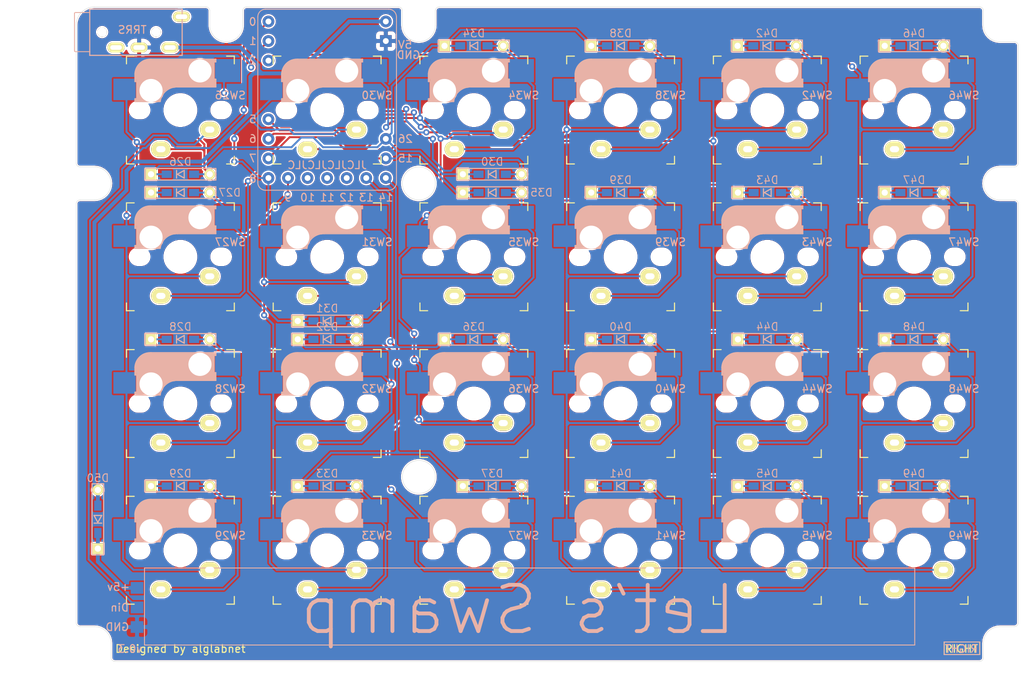
<source format=kicad_pcb>
(kicad_pcb (version 20171130) (host pcbnew "(5.1.12)-1")
  (layers (0 F.Cu signal) (31 B.Cu signal) (34 B.Paste user) (35 F.Paste user) (36 B.SilkS user) (37 F.SilkS user) (38 B.Mask user) (39 F.Mask user) (44 Edge.Cuts user))
  (net 0 "")
  (net 1 ROW0)
  (net 2 ROW1)
  (net 3 ROW2)
  (net 4 ROW3)
  (net 5 GND)
  (net 6 DATA)
  (net 7 "Net-(J1-PadA)")
  (net 8 VCC)
  (net 9 LED)
  (net 10 COL0)
  (net 11 COL1)
  (net 12 COL2)
  (net 13 COL3)
  (net 14 COL4)
  (net 15 COL5)
  (net 16 "Net-(U1-Pad11)")
  (net 17 "Net-(U1-Pad12)")
  (net 18 "Net-(U1-Pad13)")
  (net 19 "Net-(D26-Pad2)")
  (net 20 "Net-(D27-Pad2)")
  (net 21 "Net-(D28-Pad2)")
  (net 22 "Net-(D29-Pad2)")
  (net 23 "Net-(D30-Pad2)")
  (net 24 "Net-(D31-Pad2)")
  (net 25 "Net-(D32-Pad2)")
  (net 26 "Net-(D33-Pad2)")
  (net 27 "Net-(D34-Pad2)")
  (net 28 "Net-(D35-Pad2)")
  (net 29 "Net-(D36-Pad2)")
  (net 30 "Net-(D37-Pad2)")
  (net 31 "Net-(D38-Pad2)")
  (net 32 "Net-(D39-Pad2)")
  (net 33 "Net-(D40-Pad2)")
  (net 34 "Net-(D41-Pad2)")
  (net 35 "Net-(D42-Pad2)")
  (net 36 "Net-(D43-Pad2)")
  (net 37 "Net-(D44-Pad2)")
  (net 38 "Net-(D45-Pad2)")
  (net 39 "Net-(D46-Pad2)")
  (net 40 "Net-(D47-Pad2)")
  (net 41 "Net-(D48-Pad2)")
  (net 42 "Net-(D49-Pad2)")
  (net 43 "Net-(D50-Pad1)")
  (module footprints:CherryMX_HotswapAndSolder_1u (layer F.Cu) (at 95.25 57.15)
    (fp_text reference SW49 (at 6.477 -1.905) (layer B.SilkS) (effects (justify mirror)))
    (fp_text value SW_Push hide)
    (pad 1 smd rect (at -6.8 -2.68 180) (size 2.9 2.8) (drill (offset 0.45 0)) (layers B.Cu B.Paste B.Mask) (net 15 COL5))
    (pad "" np_thru_hole circle (at -3.81 -2.54 180) (size 3 3) (drill 3) (layers *.Cu *.Mask))
    (pad "" np_thru_hole circle (at 2.54 -5.08 180) (size 3 3) (drill 3) (layers *.Cu *.Mask))
    (pad "" np_thru_hole oval (at 5.29 0) (size 2.42 2) (drill oval 2.42 2) (layers *.Cu *.Mask))
    (pad "" np_thru_hole oval (at -5.29 0) (size 2.42 2) (drill oval 2.42 2) (layers *.Cu *.Mask))
    (pad 2 smd rect (at 5.7 -5.12 180) (size 3.3 3) (drill (offset -0.45 0)) (layers B.Cu B.Paste B.Mask) (net 42 "Net-(D49-Pad2)"))
    (pad "" np_thru_hole circle (at 0 0 90) (size 4 4) (drill 4) (layers *.Cu *.Mask))
    (pad 1 thru_hole oval (at 3.81 2.54) (size 2.5 2) (drill oval 1.2 0.8) (layers *.Cu F.SilkS B.Mask) (net 15 COL5))
    (pad 2 thru_hole oval (at -2.54 5.08) (size 2.5 2) (drill oval 1.2 0.8) (layers *.Cu F.SilkS B.Mask) (net 42 "Net-(D49-Pad2)"))
  )
  (module footprints:CherryMX_HotswapAndSolder_1u (layer F.Cu) (at 95.25 38.1)
    (fp_text reference SW48 (at 6.477 -1.905) (layer B.SilkS) (effects (justify mirror)))
    (fp_text value SW_Push hide)
    (pad 1 smd rect (at -6.8 -2.68 180) (size 2.9 2.8) (drill (offset 0.45 0)) (layers B.Cu B.Paste B.Mask) (net 15 COL5))
    (pad "" np_thru_hole circle (at -3.81 -2.54 180) (size 3 3) (drill 3) (layers *.Cu *.Mask))
    (pad "" np_thru_hole circle (at 2.54 -5.08 180) (size 3 3) (drill 3) (layers *.Cu *.Mask))
    (pad "" np_thru_hole oval (at 5.29 0) (size 2.42 2) (drill oval 2.42 2) (layers *.Cu *.Mask))
    (pad "" np_thru_hole oval (at -5.29 0) (size 2.42 2) (drill oval 2.42 2) (layers *.Cu *.Mask))
    (pad 2 smd rect (at 5.7 -5.12 180) (size 3.3 3) (drill (offset -0.45 0)) (layers B.Cu B.Paste B.Mask) (net 41 "Net-(D48-Pad2)"))
    (pad "" np_thru_hole circle (at 0 0 90) (size 4 4) (drill 4) (layers *.Cu *.Mask))
    (pad 1 thru_hole oval (at 3.81 2.54) (size 2.5 2) (drill oval 1.2 0.8) (layers *.Cu F.SilkS B.Mask) (net 15 COL5))
    (pad 2 thru_hole oval (at -2.54 5.08) (size 2.5 2) (drill oval 1.2 0.8) (layers *.Cu F.SilkS B.Mask) (net 41 "Net-(D48-Pad2)"))
  )
  (module footprints:CherryMX_HotswapAndSolder_1u (layer F.Cu) (at 95.25 19.05)
    (fp_text reference SW47 (at 6.477 -1.905) (layer B.SilkS) (effects (justify mirror)))
    (fp_text value SW_Push hide)
    (pad 1 smd rect (at -6.8 -2.68 180) (size 2.9 2.8) (drill (offset 0.45 0)) (layers B.Cu B.Paste B.Mask) (net 15 COL5))
    (pad "" np_thru_hole circle (at -3.81 -2.54 180) (size 3 3) (drill 3) (layers *.Cu *.Mask))
    (pad "" np_thru_hole circle (at 2.54 -5.08 180) (size 3 3) (drill 3) (layers *.Cu *.Mask))
    (pad "" np_thru_hole oval (at 5.29 0) (size 2.42 2) (drill oval 2.42 2) (layers *.Cu *.Mask))
    (pad "" np_thru_hole oval (at -5.29 0) (size 2.42 2) (drill oval 2.42 2) (layers *.Cu *.Mask))
    (pad 2 smd rect (at 5.7 -5.12 180) (size 3.3 3) (drill (offset -0.45 0)) (layers B.Cu B.Paste B.Mask) (net 40 "Net-(D47-Pad2)"))
    (pad "" np_thru_hole circle (at 0 0 90) (size 4 4) (drill 4) (layers *.Cu *.Mask))
    (pad 1 thru_hole oval (at 3.81 2.54) (size 2.5 2) (drill oval 1.2 0.8) (layers *.Cu F.SilkS B.Mask) (net 15 COL5))
    (pad 2 thru_hole oval (at -2.54 5.08) (size 2.5 2) (drill oval 1.2 0.8) (layers *.Cu F.SilkS B.Mask) (net 40 "Net-(D47-Pad2)"))
  )
  (module footprints:CherryMX_HotswapAndSolder_1u (layer F.Cu) (at 95.25 0)
    (fp_text reference SW46 (at 6.477 -1.905) (layer B.SilkS) (effects (justify mirror)))
    (fp_text value SW_Push hide)
    (pad 1 smd rect (at -6.8 -2.68 180) (size 2.9 2.8) (drill (offset 0.45 0)) (layers B.Cu B.Paste B.Mask) (net 15 COL5))
    (pad "" np_thru_hole circle (at -3.81 -2.54 180) (size 3 3) (drill 3) (layers *.Cu *.Mask))
    (pad "" np_thru_hole circle (at 2.54 -5.08 180) (size 3 3) (drill 3) (layers *.Cu *.Mask))
    (pad "" np_thru_hole oval (at 5.29 0) (size 2.42 2) (drill oval 2.42 2) (layers *.Cu *.Mask))
    (pad "" np_thru_hole oval (at -5.29 0) (size 2.42 2) (drill oval 2.42 2) (layers *.Cu *.Mask))
    (pad 2 smd rect (at 5.7 -5.12 180) (size 3.3 3) (drill (offset -0.45 0)) (layers B.Cu B.Paste B.Mask) (net 39 "Net-(D46-Pad2)"))
    (pad "" np_thru_hole circle (at 0 0 90) (size 4 4) (drill 4) (layers *.Cu *.Mask))
    (pad 1 thru_hole oval (at 3.81 2.54) (size 2.5 2) (drill oval 1.2 0.8) (layers *.Cu F.SilkS B.Mask) (net 15 COL5))
    (pad 2 thru_hole oval (at -2.54 5.08) (size 2.5 2) (drill oval 1.2 0.8) (layers *.Cu F.SilkS B.Mask) (net 39 "Net-(D46-Pad2)"))
  )
  (module footprints:CherryMX_HotswapAndSolder_1u (layer F.Cu) (at 76.2 57.15)
    (fp_text reference SW45 (at 6.477 -1.905) (layer B.SilkS) (effects (justify mirror)))
    (fp_text value SW_Push hide)
    (pad 1 smd rect (at -6.8 -2.68 180) (size 2.9 2.8) (drill (offset 0.45 0)) (layers B.Cu B.Paste B.Mask) (net 14 COL4))
    (pad "" np_thru_hole circle (at -3.81 -2.54 180) (size 3 3) (drill 3) (layers *.Cu *.Mask))
    (pad "" np_thru_hole circle (at 2.54 -5.08 180) (size 3 3) (drill 3) (layers *.Cu *.Mask))
    (pad "" np_thru_hole oval (at 5.29 0) (size 2.42 2) (drill oval 2.42 2) (layers *.Cu *.Mask))
    (pad "" np_thru_hole oval (at -5.29 0) (size 2.42 2) (drill oval 2.42 2) (layers *.Cu *.Mask))
    (pad 2 smd rect (at 5.7 -5.12 180) (size 3.3 3) (drill (offset -0.45 0)) (layers B.Cu B.Paste B.Mask) (net 38 "Net-(D45-Pad2)"))
    (pad "" np_thru_hole circle (at 0 0 90) (size 4 4) (drill 4) (layers *.Cu *.Mask))
    (pad 1 thru_hole oval (at 3.81 2.54) (size 2.5 2) (drill oval 1.2 0.8) (layers *.Cu F.SilkS B.Mask) (net 14 COL4))
    (pad 2 thru_hole oval (at -2.54 5.08) (size 2.5 2) (drill oval 1.2 0.8) (layers *.Cu F.SilkS B.Mask) (net 38 "Net-(D45-Pad2)"))
  )
  (module footprints:CherryMX_HotswapAndSolder_1u (layer F.Cu) (at 76.2 38.1)
    (fp_text reference SW44 (at 6.477 -1.905) (layer B.SilkS) (effects (justify mirror)))
    (fp_text value SW_Push hide)
    (pad 1 smd rect (at -6.8 -2.68 180) (size 2.9 2.8) (drill (offset 0.45 0)) (layers B.Cu B.Paste B.Mask) (net 14 COL4))
    (pad "" np_thru_hole circle (at -3.81 -2.54 180) (size 3 3) (drill 3) (layers *.Cu *.Mask))
    (pad "" np_thru_hole circle (at 2.54 -5.08 180) (size 3 3) (drill 3) (layers *.Cu *.Mask))
    (pad "" np_thru_hole oval (at 5.29 0) (size 2.42 2) (drill oval 2.42 2) (layers *.Cu *.Mask))
    (pad "" np_thru_hole oval (at -5.29 0) (size 2.42 2) (drill oval 2.42 2) (layers *.Cu *.Mask))
    (pad 2 smd rect (at 5.7 -5.12 180) (size 3.3 3) (drill (offset -0.45 0)) (layers B.Cu B.Paste B.Mask) (net 37 "Net-(D44-Pad2)"))
    (pad "" np_thru_hole circle (at 0 0 90) (size 4 4) (drill 4) (layers *.Cu *.Mask))
    (pad 1 thru_hole oval (at 3.81 2.54) (size 2.5 2) (drill oval 1.2 0.8) (layers *.Cu F.SilkS B.Mask) (net 14 COL4))
    (pad 2 thru_hole oval (at -2.54 5.08) (size 2.5 2) (drill oval 1.2 0.8) (layers *.Cu F.SilkS B.Mask) (net 37 "Net-(D44-Pad2)"))
  )
  (module footprints:CherryMX_HotswapAndSolder_1u (layer F.Cu) (at 76.2 19.05)
    (fp_text reference SW43 (at 6.477 -1.905) (layer B.SilkS) (effects (justify mirror)))
    (fp_text value SW_Push hide)
    (pad 1 smd rect (at -6.8 -2.68 180) (size 2.9 2.8) (drill (offset 0.45 0)) (layers B.Cu B.Paste B.Mask) (net 14 COL4))
    (pad "" np_thru_hole circle (at -3.81 -2.54 180) (size 3 3) (drill 3) (layers *.Cu *.Mask))
    (pad "" np_thru_hole circle (at 2.54 -5.08 180) (size 3 3) (drill 3) (layers *.Cu *.Mask))
    (pad "" np_thru_hole oval (at 5.29 0) (size 2.42 2) (drill oval 2.42 2) (layers *.Cu *.Mask))
    (pad "" np_thru_hole oval (at -5.29 0) (size 2.42 2) (drill oval 2.42 2) (layers *.Cu *.Mask))
    (pad 2 smd rect (at 5.7 -5.12 180) (size 3.3 3) (drill (offset -0.45 0)) (layers B.Cu B.Paste B.Mask) (net 36 "Net-(D43-Pad2)"))
    (pad "" np_thru_hole circle (at 0 0 90) (size 4 4) (drill 4) (layers *.Cu *.Mask))
    (pad 1 thru_hole oval (at 3.81 2.54) (size 2.5 2) (drill oval 1.2 0.8) (layers *.Cu F.SilkS B.Mask) (net 14 COL4))
    (pad 2 thru_hole oval (at -2.54 5.08) (size 2.5 2) (drill oval 1.2 0.8) (layers *.Cu F.SilkS B.Mask) (net 36 "Net-(D43-Pad2)"))
  )
  (module footprints:CherryMX_HotswapAndSolder_1u (layer F.Cu) (at 76.2 0)
    (fp_text reference SW42 (at 6.477 -1.905) (layer B.SilkS) (effects (justify mirror)))
    (fp_text value SW_Push hide)
    (pad 1 smd rect (at -6.8 -2.68 180) (size 2.9 2.8) (drill (offset 0.45 0)) (layers B.Cu B.Paste B.Mask) (net 14 COL4))
    (pad "" np_thru_hole circle (at -3.81 -2.54 180) (size 3 3) (drill 3) (layers *.Cu *.Mask))
    (pad "" np_thru_hole circle (at 2.54 -5.08 180) (size 3 3) (drill 3) (layers *.Cu *.Mask))
    (pad "" np_thru_hole oval (at 5.29 0) (size 2.42 2) (drill oval 2.42 2) (layers *.Cu *.Mask))
    (pad "" np_thru_hole oval (at -5.29 0) (size 2.42 2) (drill oval 2.42 2) (layers *.Cu *.Mask))
    (pad 2 smd rect (at 5.7 -5.12 180) (size 3.3 3) (drill (offset -0.45 0)) (layers B.Cu B.Paste B.Mask) (net 35 "Net-(D42-Pad2)"))
    (pad "" np_thru_hole circle (at 0 0 90) (size 4 4) (drill 4) (layers *.Cu *.Mask))
    (pad 1 thru_hole oval (at 3.81 2.54) (size 2.5 2) (drill oval 1.2 0.8) (layers *.Cu F.SilkS B.Mask) (net 14 COL4))
    (pad 2 thru_hole oval (at -2.54 5.08) (size 2.5 2) (drill oval 1.2 0.8) (layers *.Cu F.SilkS B.Mask) (net 35 "Net-(D42-Pad2)"))
  )
  (module footprints:CherryMX_HotswapAndSolder_1u (layer F.Cu) (at 57.15 57.15)
    (fp_text reference SW41 (at 6.477 -1.905) (layer B.SilkS) (effects (justify mirror)))
    (fp_text value SW_Push hide)
    (pad 1 smd rect (at -6.8 -2.68 180) (size 2.9 2.8) (drill (offset 0.45 0)) (layers B.Cu B.Paste B.Mask) (net 13 COL3))
    (pad "" np_thru_hole circle (at -3.81 -2.54 180) (size 3 3) (drill 3) (layers *.Cu *.Mask))
    (pad "" np_thru_hole circle (at 2.54 -5.08 180) (size 3 3) (drill 3) (layers *.Cu *.Mask))
    (pad "" np_thru_hole oval (at 5.29 0) (size 2.42 2) (drill oval 2.42 2) (layers *.Cu *.Mask))
    (pad "" np_thru_hole oval (at -5.29 0) (size 2.42 2) (drill oval 2.42 2) (layers *.Cu *.Mask))
    (pad 2 smd rect (at 5.7 -5.12 180) (size 3.3 3) (drill (offset -0.45 0)) (layers B.Cu B.Paste B.Mask) (net 34 "Net-(D41-Pad2)"))
    (pad "" np_thru_hole circle (at 0 0 90) (size 4 4) (drill 4) (layers *.Cu *.Mask))
    (pad 1 thru_hole oval (at 3.81 2.54) (size 2.5 2) (drill oval 1.2 0.8) (layers *.Cu F.SilkS B.Mask) (net 13 COL3))
    (pad 2 thru_hole oval (at -2.54 5.08) (size 2.5 2) (drill oval 1.2 0.8) (layers *.Cu F.SilkS B.Mask) (net 34 "Net-(D41-Pad2)"))
  )
  (module footprints:CherryMX_HotswapAndSolder_1u (layer F.Cu) (at 57.15 38.1)
    (fp_text reference SW40 (at 6.477 -1.905) (layer B.SilkS) (effects (justify mirror)))
    (fp_text value SW_Push hide)
    (pad 1 smd rect (at -6.8 -2.68 180) (size 2.9 2.8) (drill (offset 0.45 0)) (layers B.Cu B.Paste B.Mask) (net 13 COL3))
    (pad "" np_thru_hole circle (at -3.81 -2.54 180) (size 3 3) (drill 3) (layers *.Cu *.Mask))
    (pad "" np_thru_hole circle (at 2.54 -5.08 180) (size 3 3) (drill 3) (layers *.Cu *.Mask))
    (pad "" np_thru_hole oval (at 5.29 0) (size 2.42 2) (drill oval 2.42 2) (layers *.Cu *.Mask))
    (pad "" np_thru_hole oval (at -5.29 0) (size 2.42 2) (drill oval 2.42 2) (layers *.Cu *.Mask))
    (pad 2 smd rect (at 5.7 -5.12 180) (size 3.3 3) (drill (offset -0.45 0)) (layers B.Cu B.Paste B.Mask) (net 33 "Net-(D40-Pad2)"))
    (pad "" np_thru_hole circle (at 0 0 90) (size 4 4) (drill 4) (layers *.Cu *.Mask))
    (pad 1 thru_hole oval (at 3.81 2.54) (size 2.5 2) (drill oval 1.2 0.8) (layers *.Cu F.SilkS B.Mask) (net 13 COL3))
    (pad 2 thru_hole oval (at -2.54 5.08) (size 2.5 2) (drill oval 1.2 0.8) (layers *.Cu F.SilkS B.Mask) (net 33 "Net-(D40-Pad2)"))
  )
  (module footprints:CherryMX_HotswapAndSolder_1u (layer F.Cu) (at 57.15 19.05)
    (fp_text reference SW39 (at 6.477 -1.905) (layer B.SilkS) (effects (justify mirror)))
    (fp_text value SW_Push hide)
    (pad 1 smd rect (at -6.8 -2.68 180) (size 2.9 2.8) (drill (offset 0.45 0)) (layers B.Cu B.Paste B.Mask) (net 13 COL3))
    (pad "" np_thru_hole circle (at -3.81 -2.54 180) (size 3 3) (drill 3) (layers *.Cu *.Mask))
    (pad "" np_thru_hole circle (at 2.54 -5.08 180) (size 3 3) (drill 3) (layers *.Cu *.Mask))
    (pad "" np_thru_hole oval (at 5.29 0) (size 2.42 2) (drill oval 2.42 2) (layers *.Cu *.Mask))
    (pad "" np_thru_hole oval (at -5.29 0) (size 2.42 2) (drill oval 2.42 2) (layers *.Cu *.Mask))
    (pad 2 smd rect (at 5.7 -5.12 180) (size 3.3 3) (drill (offset -0.45 0)) (layers B.Cu B.Paste B.Mask) (net 32 "Net-(D39-Pad2)"))
    (pad "" np_thru_hole circle (at 0 0 90) (size 4 4) (drill 4) (layers *.Cu *.Mask))
    (pad 1 thru_hole oval (at 3.81 2.54) (size 2.5 2) (drill oval 1.2 0.8) (layers *.Cu F.SilkS B.Mask) (net 13 COL3))
    (pad 2 thru_hole oval (at -2.54 5.08) (size 2.5 2) (drill oval 1.2 0.8) (layers *.Cu F.SilkS B.Mask) (net 32 "Net-(D39-Pad2)"))
  )
  (module footprints:CherryMX_HotswapAndSolder_1u (layer F.Cu) (at 57.15 0)
    (fp_text reference SW38 (at 6.477 -1.905) (layer B.SilkS) (effects (justify mirror)))
    (fp_text value SW_Push hide)
    (pad 1 smd rect (at -6.8 -2.68 180) (size 2.9 2.8) (drill (offset 0.45 0)) (layers B.Cu B.Paste B.Mask) (net 13 COL3))
    (pad "" np_thru_hole circle (at -3.81 -2.54 180) (size 3 3) (drill 3) (layers *.Cu *.Mask))
    (pad "" np_thru_hole circle (at 2.54 -5.08 180) (size 3 3) (drill 3) (layers *.Cu *.Mask))
    (pad "" np_thru_hole oval (at 5.29 0) (size 2.42 2) (drill oval 2.42 2) (layers *.Cu *.Mask))
    (pad "" np_thru_hole oval (at -5.29 0) (size 2.42 2) (drill oval 2.42 2) (layers *.Cu *.Mask))
    (pad 2 smd rect (at 5.7 -5.12 180) (size 3.3 3) (drill (offset -0.45 0)) (layers B.Cu B.Paste B.Mask) (net 31 "Net-(D38-Pad2)"))
    (pad "" np_thru_hole circle (at 0 0 90) (size 4 4) (drill 4) (layers *.Cu *.Mask))
    (pad 1 thru_hole oval (at 3.81 2.54) (size 2.5 2) (drill oval 1.2 0.8) (layers *.Cu F.SilkS B.Mask) (net 13 COL3))
    (pad 2 thru_hole oval (at -2.54 5.08) (size 2.5 2) (drill oval 1.2 0.8) (layers *.Cu F.SilkS B.Mask) (net 31 "Net-(D38-Pad2)"))
  )
  (module footprints:CherryMX_HotswapAndSolder_1u (layer F.Cu) (at 38.1 57.15)
    (fp_text reference SW37 (at 6.477 -1.905) (layer B.SilkS) (effects (justify mirror)))
    (fp_text value SW_Push hide)
    (pad 1 smd rect (at -6.8 -2.68 180) (size 2.9 2.8) (drill (offset 0.45 0)) (layers B.Cu B.Paste B.Mask) (net 12 COL2))
    (pad "" np_thru_hole circle (at -3.81 -2.54 180) (size 3 3) (drill 3) (layers *.Cu *.Mask))
    (pad "" np_thru_hole circle (at 2.54 -5.08 180) (size 3 3) (drill 3) (layers *.Cu *.Mask))
    (pad "" np_thru_hole oval (at 5.29 0) (size 2.42 2) (drill oval 2.42 2) (layers *.Cu *.Mask))
    (pad "" np_thru_hole oval (at -5.29 0) (size 2.42 2) (drill oval 2.42 2) (layers *.Cu *.Mask))
    (pad 2 smd rect (at 5.7 -5.12 180) (size 3.3 3) (drill (offset -0.45 0)) (layers B.Cu B.Paste B.Mask) (net 30 "Net-(D37-Pad2)"))
    (pad "" np_thru_hole circle (at 0 0 90) (size 4 4) (drill 4) (layers *.Cu *.Mask))
    (pad 1 thru_hole oval (at 3.81 2.54) (size 2.5 2) (drill oval 1.2 0.8) (layers *.Cu F.SilkS B.Mask) (net 12 COL2))
    (pad 2 thru_hole oval (at -2.54 5.08) (size 2.5 2) (drill oval 1.2 0.8) (layers *.Cu F.SilkS B.Mask) (net 30 "Net-(D37-Pad2)"))
  )
  (module footprints:CherryMX_HotswapAndSolder_1u (layer F.Cu) (at 38.1 38.1)
    (fp_text reference SW36 (at 6.477 -1.905) (layer B.SilkS) (effects (justify mirror)))
    (fp_text value SW_Push hide)
    (pad 1 smd rect (at -6.8 -2.68 180) (size 2.9 2.8) (drill (offset 0.45 0)) (layers B.Cu B.Paste B.Mask) (net 12 COL2))
    (pad "" np_thru_hole circle (at -3.81 -2.54 180) (size 3 3) (drill 3) (layers *.Cu *.Mask))
    (pad "" np_thru_hole circle (at 2.54 -5.08 180) (size 3 3) (drill 3) (layers *.Cu *.Mask))
    (pad "" np_thru_hole oval (at 5.29 0) (size 2.42 2) (drill oval 2.42 2) (layers *.Cu *.Mask))
    (pad "" np_thru_hole oval (at -5.29 0) (size 2.42 2) (drill oval 2.42 2) (layers *.Cu *.Mask))
    (pad 2 smd rect (at 5.7 -5.12 180) (size 3.3 3) (drill (offset -0.45 0)) (layers B.Cu B.Paste B.Mask) (net 29 "Net-(D36-Pad2)"))
    (pad "" np_thru_hole circle (at 0 0 90) (size 4 4) (drill 4) (layers *.Cu *.Mask))
    (pad 1 thru_hole oval (at 3.81 2.54) (size 2.5 2) (drill oval 1.2 0.8) (layers *.Cu F.SilkS B.Mask) (net 12 COL2))
    (pad 2 thru_hole oval (at -2.54 5.08) (size 2.5 2) (drill oval 1.2 0.8) (layers *.Cu F.SilkS B.Mask) (net 29 "Net-(D36-Pad2)"))
  )
  (module footprints:CherryMX_HotswapAndSolder_1u (layer F.Cu) (at 38.1 19.05)
    (fp_text reference SW35 (at 6.477 -1.905) (layer B.SilkS) (effects (justify mirror)))
    (fp_text value SW_Push hide)
    (pad 1 smd rect (at -6.8 -2.68 180) (size 2.9 2.8) (drill (offset 0.45 0)) (layers B.Cu B.Paste B.Mask) (net 12 COL2))
    (pad "" np_thru_hole circle (at -3.81 -2.54 180) (size 3 3) (drill 3) (layers *.Cu *.Mask))
    (pad "" np_thru_hole circle (at 2.54 -5.08 180) (size 3 3) (drill 3) (layers *.Cu *.Mask))
    (pad "" np_thru_hole oval (at 5.29 0) (size 2.42 2) (drill oval 2.42 2) (layers *.Cu *.Mask))
    (pad "" np_thru_hole oval (at -5.29 0) (size 2.42 2) (drill oval 2.42 2) (layers *.Cu *.Mask))
    (pad 2 smd rect (at 5.7 -5.12 180) (size 3.3 3) (drill (offset -0.45 0)) (layers B.Cu B.Paste B.Mask) (net 28 "Net-(D35-Pad2)"))
    (pad "" np_thru_hole circle (at 0 0 90) (size 4 4) (drill 4) (layers *.Cu *.Mask))
    (pad 1 thru_hole oval (at 3.81 2.54) (size 2.5 2) (drill oval 1.2 0.8) (layers *.Cu F.SilkS B.Mask) (net 12 COL2))
    (pad 2 thru_hole oval (at -2.54 5.08) (size 2.5 2) (drill oval 1.2 0.8) (layers *.Cu F.SilkS B.Mask) (net 28 "Net-(D35-Pad2)"))
  )
  (module footprints:CherryMX_HotswapAndSolder_1u (layer F.Cu) (at 38.1 0)
    (fp_text reference SW34 (at 6.477 -1.905) (layer B.SilkS) (effects (justify mirror)))
    (fp_text value SW_Push hide)
    (pad 1 smd rect (at -6.8 -2.68 180) (size 2.9 2.8) (drill (offset 0.45 0)) (layers B.Cu B.Paste B.Mask) (net 12 COL2))
    (pad "" np_thru_hole circle (at -3.81 -2.54 180) (size 3 3) (drill 3) (layers *.Cu *.Mask))
    (pad "" np_thru_hole circle (at 2.54 -5.08 180) (size 3 3) (drill 3) (layers *.Cu *.Mask))
    (pad "" np_thru_hole oval (at 5.29 0) (size 2.42 2) (drill oval 2.42 2) (layers *.Cu *.Mask))
    (pad "" np_thru_hole oval (at -5.29 0) (size 2.42 2) (drill oval 2.42 2) (layers *.Cu *.Mask))
    (pad 2 smd rect (at 5.7 -5.12 180) (size 3.3 3) (drill (offset -0.45 0)) (layers B.Cu B.Paste B.Mask) (net 27 "Net-(D34-Pad2)"))
    (pad "" np_thru_hole circle (at 0 0 90) (size 4 4) (drill 4) (layers *.Cu *.Mask))
    (pad 1 thru_hole oval (at 3.81 2.54) (size 2.5 2) (drill oval 1.2 0.8) (layers *.Cu F.SilkS B.Mask) (net 12 COL2))
    (pad 2 thru_hole oval (at -2.54 5.08) (size 2.5 2) (drill oval 1.2 0.8) (layers *.Cu F.SilkS B.Mask) (net 27 "Net-(D34-Pad2)"))
  )
  (module footprints:CherryMX_HotswapAndSolder_1u (layer F.Cu) (at 19.05 57.15)
    (fp_text reference SW33 (at 6.477 -1.905) (layer B.SilkS) (effects (justify mirror)))
    (fp_text value SW_Push hide)
    (pad 1 smd rect (at -6.8 -2.68 180) (size 2.9 2.8) (drill (offset 0.45 0)) (layers B.Cu B.Paste B.Mask) (net 11 COL1))
    (pad "" np_thru_hole circle (at -3.81 -2.54 180) (size 3 3) (drill 3) (layers *.Cu *.Mask))
    (pad "" np_thru_hole circle (at 2.54 -5.08 180) (size 3 3) (drill 3) (layers *.Cu *.Mask))
    (pad "" np_thru_hole oval (at 5.29 0) (size 2.42 2) (drill oval 2.42 2) (layers *.Cu *.Mask))
    (pad "" np_thru_hole oval (at -5.29 0) (size 2.42 2) (drill oval 2.42 2) (layers *.Cu *.Mask))
    (pad 2 smd rect (at 5.7 -5.12 180) (size 3.3 3) (drill (offset -0.45 0)) (layers B.Cu B.Paste B.Mask) (net 26 "Net-(D33-Pad2)"))
    (pad "" np_thru_hole circle (at 0 0 90) (size 4 4) (drill 4) (layers *.Cu *.Mask))
    (pad 1 thru_hole oval (at 3.81 2.54) (size 2.5 2) (drill oval 1.2 0.8) (layers *.Cu F.SilkS B.Mask) (net 11 COL1))
    (pad 2 thru_hole oval (at -2.54 5.08) (size 2.5 2) (drill oval 1.2 0.8) (layers *.Cu F.SilkS B.Mask) (net 26 "Net-(D33-Pad2)"))
  )
  (module footprints:CherryMX_HotswapAndSolder_1u (layer F.Cu) (at 19.05 38.1)
    (fp_text reference SW32 (at 6.477 -1.905) (layer B.SilkS) (effects (justify mirror)))
    (fp_text value SW_Push hide)
    (pad 1 smd rect (at -6.8 -2.68 180) (size 2.9 2.8) (drill (offset 0.45 0)) (layers B.Cu B.Paste B.Mask) (net 11 COL1))
    (pad "" np_thru_hole circle (at -3.81 -2.54 180) (size 3 3) (drill 3) (layers *.Cu *.Mask))
    (pad "" np_thru_hole circle (at 2.54 -5.08 180) (size 3 3) (drill 3) (layers *.Cu *.Mask))
    (pad "" np_thru_hole oval (at 5.29 0) (size 2.42 2) (drill oval 2.42 2) (layers *.Cu *.Mask))
    (pad "" np_thru_hole oval (at -5.29 0) (size 2.42 2) (drill oval 2.42 2) (layers *.Cu *.Mask))
    (pad 2 smd rect (at 5.7 -5.12 180) (size 3.3 3) (drill (offset -0.45 0)) (layers B.Cu B.Paste B.Mask) (net 25 "Net-(D32-Pad2)"))
    (pad "" np_thru_hole circle (at 0 0 90) (size 4 4) (drill 4) (layers *.Cu *.Mask))
    (pad 1 thru_hole oval (at 3.81 2.54) (size 2.5 2) (drill oval 1.2 0.8) (layers *.Cu F.SilkS B.Mask) (net 11 COL1))
    (pad 2 thru_hole oval (at -2.54 5.08) (size 2.5 2) (drill oval 1.2 0.8) (layers *.Cu F.SilkS B.Mask) (net 25 "Net-(D32-Pad2)"))
  )
  (module footprints:CherryMX_HotswapAndSolder_1u (layer F.Cu) (at 19.05 19.05)
    (fp_text reference SW31 (at 6.477 -1.905) (layer B.SilkS) (effects (justify mirror)))
    (fp_text value SW_Push hide)
    (pad 1 smd rect (at -6.8 -2.68 180) (size 2.9 2.8) (drill (offset 0.45 0)) (layers B.Cu B.Paste B.Mask) (net 11 COL1))
    (pad "" np_thru_hole circle (at -3.81 -2.54 180) (size 3 3) (drill 3) (layers *.Cu *.Mask))
    (pad "" np_thru_hole circle (at 2.54 -5.08 180) (size 3 3) (drill 3) (layers *.Cu *.Mask))
    (pad "" np_thru_hole oval (at 5.29 0) (size 2.42 2) (drill oval 2.42 2) (layers *.Cu *.Mask))
    (pad "" np_thru_hole oval (at -5.29 0) (size 2.42 2) (drill oval 2.42 2) (layers *.Cu *.Mask))
    (pad 2 smd rect (at 5.7 -5.12 180) (size 3.3 3) (drill (offset -0.45 0)) (layers B.Cu B.Paste B.Mask) (net 24 "Net-(D31-Pad2)"))
    (pad "" np_thru_hole circle (at 0 0 90) (size 4 4) (drill 4) (layers *.Cu *.Mask))
    (pad 1 thru_hole oval (at 3.81 2.54) (size 2.5 2) (drill oval 1.2 0.8) (layers *.Cu F.SilkS B.Mask) (net 11 COL1))
    (pad 2 thru_hole oval (at -2.54 5.08) (size 2.5 2) (drill oval 1.2 0.8) (layers *.Cu F.SilkS B.Mask) (net 24 "Net-(D31-Pad2)"))
  )
  (module footprints:CherryMX_HotswapAndSolder_1u (layer F.Cu) (at 19.05 0)
    (fp_text reference SW30 (at 6.477 -1.905) (layer B.SilkS) (effects (justify mirror)))
    (fp_text value SW_Push hide)
    (pad 1 smd rect (at -6.8 -2.68 180) (size 2.9 2.8) (drill (offset 0.45 0)) (layers B.Cu B.Paste B.Mask) (net 11 COL1))
    (pad "" np_thru_hole circle (at -3.81 -2.54 180) (size 3 3) (drill 3) (layers *.Cu *.Mask))
    (pad "" np_thru_hole circle (at 2.54 -5.08 180) (size 3 3) (drill 3) (layers *.Cu *.Mask))
    (pad "" np_thru_hole oval (at 5.29 0) (size 2.42 2) (drill oval 2.42 2) (layers *.Cu *.Mask))
    (pad "" np_thru_hole oval (at -5.29 0) (size 2.42 2) (drill oval 2.42 2) (layers *.Cu *.Mask))
    (pad 2 smd rect (at 5.7 -5.12 180) (size 3.3 3) (drill (offset -0.45 0)) (layers B.Cu B.Paste B.Mask) (net 23 "Net-(D30-Pad2)"))
    (pad "" np_thru_hole circle (at 0 0 90) (size 4 4) (drill 4) (layers *.Cu *.Mask))
    (pad 1 thru_hole oval (at 3.81 2.54) (size 2.5 2) (drill oval 1.2 0.8) (layers *.Cu F.SilkS B.Mask) (net 11 COL1))
    (pad 2 thru_hole oval (at -2.54 5.08) (size 2.5 2) (drill oval 1.2 0.8) (layers *.Cu F.SilkS B.Mask) (net 23 "Net-(D30-Pad2)"))
  )
  (module footprints:CherryMX_HotswapAndSolder_1u (layer F.Cu) (at 0 57.15)
    (fp_text reference SW29 (at 6.477 -1.905) (layer B.SilkS) (effects (justify mirror)))
    (fp_text value SW_Push hide)
    (pad 1 smd rect (at -6.8 -2.68 180) (size 2.9 2.8) (drill (offset 0.45 0)) (layers B.Cu B.Paste B.Mask) (net 10 COL0))
    (pad "" np_thru_hole circle (at -3.81 -2.54 180) (size 3 3) (drill 3) (layers *.Cu *.Mask))
    (pad "" np_thru_hole circle (at 2.54 -5.08 180) (size 3 3) (drill 3) (layers *.Cu *.Mask))
    (pad "" np_thru_hole oval (at 5.29 0) (size 2.42 2) (drill oval 2.42 2) (layers *.Cu *.Mask))
    (pad "" np_thru_hole oval (at -5.29 0) (size 2.42 2) (drill oval 2.42 2) (layers *.Cu *.Mask))
    (pad 2 smd rect (at 5.7 -5.12 180) (size 3.3 3) (drill (offset -0.45 0)) (layers B.Cu B.Paste B.Mask) (net 22 "Net-(D29-Pad2)"))
    (pad "" np_thru_hole circle (at 0 0 90) (size 4 4) (drill 4) (layers *.Cu *.Mask))
    (pad 1 thru_hole oval (at 3.81 2.54) (size 2.5 2) (drill oval 1.2 0.8) (layers *.Cu F.SilkS B.Mask) (net 10 COL0))
    (pad 2 thru_hole oval (at -2.54 5.08) (size 2.5 2) (drill oval 1.2 0.8) (layers *.Cu F.SilkS B.Mask) (net 22 "Net-(D29-Pad2)"))
  )
  (module footprints:CherryMX_HotswapAndSolder_1u (layer F.Cu) (at 0 38.1)
    (fp_text reference SW28 (at 6.477 -1.905) (layer B.SilkS) (effects (justify mirror)))
    (fp_text value SW_Push hide)
    (pad 1 smd rect (at -6.8 -2.68 180) (size 2.9 2.8) (drill (offset 0.45 0)) (layers B.Cu B.Paste B.Mask) (net 10 COL0))
    (pad "" np_thru_hole circle (at -3.81 -2.54 180) (size 3 3) (drill 3) (layers *.Cu *.Mask))
    (pad "" np_thru_hole circle (at 2.54 -5.08 180) (size 3 3) (drill 3) (layers *.Cu *.Mask))
    (pad "" np_thru_hole oval (at 5.29 0) (size 2.42 2) (drill oval 2.42 2) (layers *.Cu *.Mask))
    (pad "" np_thru_hole oval (at -5.29 0) (size 2.42 2) (drill oval 2.42 2) (layers *.Cu *.Mask))
    (pad 2 smd rect (at 5.7 -5.12 180) (size 3.3 3) (drill (offset -0.45 0)) (layers B.Cu B.Paste B.Mask) (net 21 "Net-(D28-Pad2)"))
    (pad "" np_thru_hole circle (at 0 0 90) (size 4 4) (drill 4) (layers *.Cu *.Mask))
    (pad 1 thru_hole oval (at 3.81 2.54) (size 2.5 2) (drill oval 1.2 0.8) (layers *.Cu F.SilkS B.Mask) (net 10 COL0))
    (pad 2 thru_hole oval (at -2.54 5.08) (size 2.5 2) (drill oval 1.2 0.8) (layers *.Cu F.SilkS B.Mask) (net 21 "Net-(D28-Pad2)"))
  )
  (module footprints:CherryMX_HotswapAndSolder_1u (layer F.Cu) (at 0 19.05)
    (fp_text reference SW27 (at 6.477 -1.905) (layer B.SilkS) (effects (justify mirror)))
    (fp_text value SW_Push hide)
    (pad 1 smd rect (at -6.8 -2.68 180) (size 2.9 2.8) (drill (offset 0.45 0)) (layers B.Cu B.Paste B.Mask) (net 10 COL0))
    (pad "" np_thru_hole circle (at -3.81 -2.54 180) (size 3 3) (drill 3) (layers *.Cu *.Mask))
    (pad "" np_thru_hole circle (at 2.54 -5.08 180) (size 3 3) (drill 3) (layers *.Cu *.Mask))
    (pad "" np_thru_hole oval (at 5.29 0) (size 2.42 2) (drill oval 2.42 2) (layers *.Cu *.Mask))
    (pad "" np_thru_hole oval (at -5.29 0) (size 2.42 2) (drill oval 2.42 2) (layers *.Cu *.Mask))
    (pad 2 smd rect (at 5.7 -5.12 180) (size 3.3 3) (drill (offset -0.45 0)) (layers B.Cu B.Paste B.Mask) (net 20 "Net-(D27-Pad2)"))
    (pad "" np_thru_hole circle (at 0 0 90) (size 4 4) (drill 4) (layers *.Cu *.Mask))
    (pad 1 thru_hole oval (at 3.81 2.54) (size 2.5 2) (drill oval 1.2 0.8) (layers *.Cu F.SilkS B.Mask) (net 10 COL0))
    (pad 2 thru_hole oval (at -2.54 5.08) (size 2.5 2) (drill oval 1.2 0.8) (layers *.Cu F.SilkS B.Mask) (net 20 "Net-(D27-Pad2)"))
  )
  (module footprints:CherryMX_HotswapAndSolder_1u (layer F.Cu) (at 0 0)
    (fp_text reference SW26 (at 6.477 -1.905) (layer B.SilkS) (effects (justify mirror)))
    (fp_text value SW_Push hide)
    (pad 1 smd rect (at -6.8 -2.68 180) (size 2.9 2.8) (drill (offset 0.45 0)) (layers B.Cu B.Paste B.Mask) (net 10 COL0))
    (pad "" np_thru_hole circle (at -3.81 -2.54 180) (size 3 3) (drill 3) (layers *.Cu *.Mask))
    (pad "" np_thru_hole circle (at 2.54 -5.08 180) (size 3 3) (drill 3) (layers *.Cu *.Mask))
    (pad "" np_thru_hole oval (at 5.29 0) (size 2.42 2) (drill oval 2.42 2) (layers *.Cu *.Mask))
    (pad "" np_thru_hole oval (at -5.29 0) (size 2.42 2) (drill oval 2.42 2) (layers *.Cu *.Mask))
    (pad 2 smd rect (at 5.7 -5.12 180) (size 3.3 3) (drill (offset -0.45 0)) (layers B.Cu B.Paste B.Mask) (net 19 "Net-(D26-Pad2)"))
    (pad "" np_thru_hole circle (at 0 0 90) (size 4 4) (drill 4) (layers *.Cu *.Mask))
    (pad 1 thru_hole oval (at 3.81 2.54) (size 2.5 2) (drill oval 1.2 0.8) (layers *.Cu F.SilkS B.Mask) (net 10 COL0))
    (pad 2 thru_hole oval (at -2.54 5.08) (size 2.5 2) (drill oval 1.2 0.8) (layers *.Cu F.SilkS B.Mask) (net 19 "Net-(D26-Pad2)"))
  )
  (module footprints:LED_Tape (layer B.Cu) (at -5.516646 64.616007 90)
    (fp_text reference J2 hide)
    (fp_text value Conn_01x03 hide)
    (fp_text user GND (at -2.501108 -2.668894 180) (layer B.SilkS) (effects (justify mirror)))
    (fp_text user Din (at 0.024655 -2.371238 180) (layer B.SilkS) (effects (justify mirror)))
    (fp_text user +5v (at 2.703559 -2.520066 180) (layer B.SilkS) (effects (justify mirror)))
    (pad 1 smd rect (at -2.501108 -0.110277) (size 1.651 1.524) (layers B.Cu B.Paste B.Mask) (net 5 GND))
    (pad 2 smd rect (at 0.038892 -0.110277) (size 1.651 1.524) (layers B.Cu B.Paste B.Mask) (net 9 LED))
    (pad 3 smd rect (at 2.578892 -0.110277) (size 1.651 1.524) (layers B.Cu B.Paste B.Mask) (net 43 "Net-(D50-Pad1)"))
  )
  (module footprints:TRRS_MJ-4PP-9 (layer F.Cu) (at -5.655384 -10.120304 90)
    (fp_text reference J1)
    (fp_text value MJ-4PP-9 hide)
    (fp_text user TRRS (at 0.297656 -0.595392 180) (layer B.SilkS) (effects (justify mirror)))
    (pad "" np_thru_hole circle (at 0 2.5 90) (size 1.21 1.21) (drill 1.2) (layers *.Cu *.Mask F.SilkS))
    (pad "" np_thru_hole circle (at 0 -4.5 90) (size 1.21 1.21) (drill 1.2) (layers *.Cu *.Mask F.SilkS))
    (pad D thru_hole oval (at -2 4.3 90) (size 1.3 2.2) (drill oval 0.6 1.5) (layers *.Cu *.Mask F.SilkS) (net 8 VCC) (clearance 0.15))
    (pad A thru_hole oval (at 2 5.8 90) (size 1.3 2.2) (drill oval 0.6 1.5) (layers *.Cu *.Mask F.SilkS) (net 7 "Net-(J1-PadA)") (clearance 0.15))
    (pad B thru_hole oval (at -2 -2.7 90) (size 1.3 2.2) (drill oval 0.6 1.5) (layers *.Cu *.Mask F.SilkS) (net 6 DATA))
    (pad C thru_hole oval (at -2 0.3 90) (size 1.3 2.2) (drill oval 0.6 1.5) (layers *.Cu *.Mask F.SilkS) (net 5 GND))
  )
  (module footprints:Diode_TH_SMD (layer F.Cu) (at -10.715616 53.131596 90)
    (fp_text reference D50 (at 5.357808 0 180) (layer B.SilkS) (effects (font (thickness 0.125)) (justify mirror)))
    (fp_text value D hide)
    (pad 2 smd rect (at 1.775 0 90) (size 1.3 0.95) (layers B.Cu B.Paste B.Mask) (net 8 VCC))
    (pad 1 smd rect (at -1.775 0 90) (size 1.3 0.95) (layers B.Cu B.Paste B.Mask) (net 43 "Net-(D50-Pad1)"))
    (pad 1 thru_hole rect (at -3.81 0 90) (size 1.397 1.397) (drill 0.8128) (layers *.Cu *.Mask F.SilkS) (net 43 "Net-(D50-Pad1)"))
    (pad 2 thru_hole circle (at 3.81 0 90) (size 1.397 1.397) (drill 0.8128) (layers *.Cu *.Mask F.SilkS) (net 8 VCC))
  )
  (module footprints:Diode_TH_SMD (layer F.Cu) (at 95.25 48.815624)
    (fp_text reference D49 (at 0 -1.63) (layer B.SilkS) (effects (font (thickness 0.125)) (justify mirror)))
    (fp_text value D hide)
    (pad 2 smd rect (at 1.775 0) (size 1.3 0.95) (layers B.Cu B.Paste B.Mask) (net 42 "Net-(D49-Pad2)"))
    (pad 1 smd rect (at -1.775 0) (size 1.3 0.95) (layers B.Cu B.Paste B.Mask) (net 4 ROW3))
    (pad 1 thru_hole rect (at -3.81 0) (size 1.397 1.397) (drill 0.8128) (layers *.Cu *.Mask F.SilkS) (net 4 ROW3))
    (pad 2 thru_hole circle (at 3.81 0) (size 1.397 1.397) (drill 0.8128) (layers *.Cu *.Mask F.SilkS) (net 42 "Net-(D49-Pad2)"))
  )
  (module footprints:Diode_TH_SMD (layer F.Cu) (at 95.25 29.765624)
    (fp_text reference D48 (at 0 -1.63) (layer B.SilkS) (effects (font (thickness 0.125)) (justify mirror)))
    (fp_text value D hide)
    (pad 2 smd rect (at 1.775 0) (size 1.3 0.95) (layers B.Cu B.Paste B.Mask) (net 41 "Net-(D48-Pad2)"))
    (pad 1 smd rect (at -1.775 0) (size 1.3 0.95) (layers B.Cu B.Paste B.Mask) (net 3 ROW2))
    (pad 1 thru_hole rect (at -3.81 0) (size 1.397 1.397) (drill 0.8128) (layers *.Cu *.Mask F.SilkS) (net 3 ROW2))
    (pad 2 thru_hole circle (at 3.81 0) (size 1.397 1.397) (drill 0.8128) (layers *.Cu *.Mask F.SilkS) (net 41 "Net-(D48-Pad2)"))
  )
  (module footprints:Diode_TH_SMD (layer F.Cu) (at 95.25 10.715624)
    (fp_text reference D47 (at 0 -1.63) (layer B.SilkS) (effects (font (thickness 0.125)) (justify mirror)))
    (fp_text value D hide)
    (pad 2 smd rect (at 1.775 0) (size 1.3 0.95) (layers B.Cu B.Paste B.Mask) (net 40 "Net-(D47-Pad2)"))
    (pad 1 smd rect (at -1.775 0) (size 1.3 0.95) (layers B.Cu B.Paste B.Mask) (net 2 ROW1))
    (pad 1 thru_hole rect (at -3.81 0) (size 1.397 1.397) (drill 0.8128) (layers *.Cu *.Mask F.SilkS) (net 2 ROW1))
    (pad 2 thru_hole circle (at 3.81 0) (size 1.397 1.397) (drill 0.8128) (layers *.Cu *.Mask F.SilkS) (net 40 "Net-(D47-Pad2)"))
  )
  (module footprints:Diode_TH_SMD (layer F.Cu) (at 95.25 -8.334376)
    (fp_text reference D46 (at 0 -1.63) (layer B.SilkS) (effects (font (thickness 0.125)) (justify mirror)))
    (fp_text value D hide)
    (pad 2 smd rect (at 1.775 0) (size 1.3 0.95) (layers B.Cu B.Paste B.Mask) (net 39 "Net-(D46-Pad2)"))
    (pad 1 smd rect (at -1.775 0) (size 1.3 0.95) (layers B.Cu B.Paste B.Mask) (net 1 ROW0))
    (pad 1 thru_hole rect (at -3.81 0) (size 1.397 1.397) (drill 0.8128) (layers *.Cu *.Mask F.SilkS) (net 1 ROW0))
    (pad 2 thru_hole circle (at 3.81 0) (size 1.397 1.397) (drill 0.8128) (layers *.Cu *.Mask F.SilkS) (net 39 "Net-(D46-Pad2)"))
  )
  (module footprints:Diode_TH_SMD (layer F.Cu) (at 76.2 48.815624)
    (fp_text reference D45 (at 0 -1.63) (layer B.SilkS) (effects (font (thickness 0.125)) (justify mirror)))
    (fp_text value D hide)
    (pad 2 smd rect (at 1.775 0) (size 1.3 0.95) (layers B.Cu B.Paste B.Mask) (net 38 "Net-(D45-Pad2)"))
    (pad 1 smd rect (at -1.775 0) (size 1.3 0.95) (layers B.Cu B.Paste B.Mask) (net 4 ROW3))
    (pad 1 thru_hole rect (at -3.81 0) (size 1.397 1.397) (drill 0.8128) (layers *.Cu *.Mask F.SilkS) (net 4 ROW3))
    (pad 2 thru_hole circle (at 3.81 0) (size 1.397 1.397) (drill 0.8128) (layers *.Cu *.Mask F.SilkS) (net 38 "Net-(D45-Pad2)"))
  )
  (module footprints:Diode_TH_SMD (layer F.Cu) (at 76.2 29.765624)
    (fp_text reference D44 (at 0 -1.63) (layer B.SilkS) (effects (font (thickness 0.125)) (justify mirror)))
    (fp_text value D hide)
    (pad 2 smd rect (at 1.775 0) (size 1.3 0.95) (layers B.Cu B.Paste B.Mask) (net 37 "Net-(D44-Pad2)"))
    (pad 1 smd rect (at -1.775 0) (size 1.3 0.95) (layers B.Cu B.Paste B.Mask) (net 3 ROW2))
    (pad 1 thru_hole rect (at -3.81 0) (size 1.397 1.397) (drill 0.8128) (layers *.Cu *.Mask F.SilkS) (net 3 ROW2))
    (pad 2 thru_hole circle (at 3.81 0) (size 1.397 1.397) (drill 0.8128) (layers *.Cu *.Mask F.SilkS) (net 37 "Net-(D44-Pad2)"))
  )
  (module footprints:Diode_TH_SMD (layer F.Cu) (at 76.2 10.715624)
    (fp_text reference D43 (at 0 -1.63) (layer B.SilkS) (effects (font (thickness 0.125)) (justify mirror)))
    (fp_text value D hide)
    (pad 2 smd rect (at 1.775 0) (size 1.3 0.95) (layers B.Cu B.Paste B.Mask) (net 36 "Net-(D43-Pad2)"))
    (pad 1 smd rect (at -1.775 0) (size 1.3 0.95) (layers B.Cu B.Paste B.Mask) (net 2 ROW1))
    (pad 1 thru_hole rect (at -3.81 0) (size 1.397 1.397) (drill 0.8128) (layers *.Cu *.Mask F.SilkS) (net 2 ROW1))
    (pad 2 thru_hole circle (at 3.81 0) (size 1.397 1.397) (drill 0.8128) (layers *.Cu *.Mask F.SilkS) (net 36 "Net-(D43-Pad2)"))
  )
  (module footprints:Diode_TH_SMD (layer F.Cu) (at 76.15 -8.334376)
    (fp_text reference D42 (at 0 -1.63) (layer B.SilkS) (effects (font (thickness 0.125)) (justify mirror)))
    (fp_text value D hide)
    (pad 2 smd rect (at 1.775 0) (size 1.3 0.95) (layers B.Cu B.Paste B.Mask) (net 35 "Net-(D42-Pad2)"))
    (pad 1 smd rect (at -1.775 0) (size 1.3 0.95) (layers B.Cu B.Paste B.Mask) (net 1 ROW0))
    (pad 1 thru_hole rect (at -3.81 0) (size 1.397 1.397) (drill 0.8128) (layers *.Cu *.Mask F.SilkS) (net 1 ROW0))
    (pad 2 thru_hole circle (at 3.81 0) (size 1.397 1.397) (drill 0.8128) (layers *.Cu *.Mask F.SilkS) (net 35 "Net-(D42-Pad2)"))
  )
  (module footprints:Diode_TH_SMD (layer F.Cu) (at 57.15 48.815624)
    (fp_text reference D41 (at 0 -1.63) (layer B.SilkS) (effects (font (thickness 0.125)) (justify mirror)))
    (fp_text value D hide)
    (pad 2 smd rect (at 1.775 0) (size 1.3 0.95) (layers B.Cu B.Paste B.Mask) (net 34 "Net-(D41-Pad2)"))
    (pad 1 smd rect (at -1.775 0) (size 1.3 0.95) (layers B.Cu B.Paste B.Mask) (net 4 ROW3))
    (pad 1 thru_hole rect (at -3.81 0) (size 1.397 1.397) (drill 0.8128) (layers *.Cu *.Mask F.SilkS) (net 4 ROW3))
    (pad 2 thru_hole circle (at 3.81 0) (size 1.397 1.397) (drill 0.8128) (layers *.Cu *.Mask F.SilkS) (net 34 "Net-(D41-Pad2)"))
  )
  (module footprints:Diode_TH_SMD (layer F.Cu) (at 57.15 29.765624)
    (fp_text reference D40 (at 0 -1.63) (layer B.SilkS) (effects (font (thickness 0.125)) (justify mirror)))
    (fp_text value D hide)
    (pad 2 smd rect (at 1.775 0) (size 1.3 0.95) (layers B.Cu B.Paste B.Mask) (net 33 "Net-(D40-Pad2)"))
    (pad 1 smd rect (at -1.775 0) (size 1.3 0.95) (layers B.Cu B.Paste B.Mask) (net 3 ROW2))
    (pad 1 thru_hole rect (at -3.81 0) (size 1.397 1.397) (drill 0.8128) (layers *.Cu *.Mask F.SilkS) (net 3 ROW2))
    (pad 2 thru_hole circle (at 3.81 0) (size 1.397 1.397) (drill 0.8128) (layers *.Cu *.Mask F.SilkS) (net 33 "Net-(D40-Pad2)"))
  )
  (module footprints:Diode_TH_SMD (layer F.Cu) (at 57.15 10.715624)
    (fp_text reference D39 (at 0 -1.63) (layer B.SilkS) (effects (font (thickness 0.125)) (justify mirror)))
    (fp_text value D hide)
    (pad 2 smd rect (at 1.775 0) (size 1.3 0.95) (layers B.Cu B.Paste B.Mask) (net 32 "Net-(D39-Pad2)"))
    (pad 1 smd rect (at -1.775 0) (size 1.3 0.95) (layers B.Cu B.Paste B.Mask) (net 2 ROW1))
    (pad 1 thru_hole rect (at -3.81 0) (size 1.397 1.397) (drill 0.8128) (layers *.Cu *.Mask F.SilkS) (net 2 ROW1))
    (pad 2 thru_hole circle (at 3.81 0) (size 1.397 1.397) (drill 0.8128) (layers *.Cu *.Mask F.SilkS) (net 32 "Net-(D39-Pad2)"))
  )
  (module footprints:Diode_TH_SMD (layer F.Cu) (at 57.15 -8.334376)
    (fp_text reference D38 (at 0 -1.63) (layer B.SilkS) (effects (font (thickness 0.125)) (justify mirror)))
    (fp_text value D hide)
    (pad 2 smd rect (at 1.775 0) (size 1.3 0.95) (layers B.Cu B.Paste B.Mask) (net 31 "Net-(D38-Pad2)"))
    (pad 1 smd rect (at -1.775 0) (size 1.3 0.95) (layers B.Cu B.Paste B.Mask) (net 1 ROW0))
    (pad 1 thru_hole rect (at -3.81 0) (size 1.397 1.397) (drill 0.8128) (layers *.Cu *.Mask F.SilkS) (net 1 ROW0))
    (pad 2 thru_hole circle (at 3.81 0) (size 1.397 1.397) (drill 0.8128) (layers *.Cu *.Mask F.SilkS) (net 31 "Net-(D38-Pad2)"))
  )
  (module footprints:Diode_TH_SMD (layer F.Cu) (at 40.48125 48.815624)
    (fp_text reference D37 (at 0 -1.63) (layer B.SilkS) (effects (font (thickness 0.125)) (justify mirror)))
    (fp_text value D hide)
    (pad 2 smd rect (at 1.775 0) (size 1.3 0.95) (layers B.Cu B.Paste B.Mask) (net 30 "Net-(D37-Pad2)"))
    (pad 1 smd rect (at -1.775 0) (size 1.3 0.95) (layers B.Cu B.Paste B.Mask) (net 4 ROW3))
    (pad 1 thru_hole rect (at -3.81 0) (size 1.397 1.397) (drill 0.8128) (layers *.Cu *.Mask F.SilkS) (net 4 ROW3))
    (pad 2 thru_hole circle (at 3.81 0) (size 1.397 1.397) (drill 0.8128) (layers *.Cu *.Mask F.SilkS) (net 30 "Net-(D37-Pad2)"))
  )
  (module footprints:Diode_TH_SMD (layer F.Cu) (at 38.1 29.765624)
    (fp_text reference D36 (at 0 -1.63) (layer B.SilkS) (effects (font (thickness 0.125)) (justify mirror)))
    (fp_text value D hide)
    (pad 2 smd rect (at 1.775 0) (size 1.3 0.95) (layers B.Cu B.Paste B.Mask) (net 29 "Net-(D36-Pad2)"))
    (pad 1 smd rect (at -1.775 0) (size 1.3 0.95) (layers B.Cu B.Paste B.Mask) (net 3 ROW2))
    (pad 1 thru_hole rect (at -3.81 0) (size 1.397 1.397) (drill 0.8128) (layers *.Cu *.Mask F.SilkS) (net 3 ROW2))
    (pad 2 thru_hole circle (at 3.81 0) (size 1.397 1.397) (drill 0.8128) (layers *.Cu *.Mask F.SilkS) (net 29 "Net-(D36-Pad2)"))
  )
  (module footprints:Diode_TH_SMD (layer F.Cu) (at 40.48125 10.715624)
    (fp_text reference D35 (at 6.39957 -0.000008) (layer B.SilkS) (effects (font (thickness 0.125)) (justify mirror)))
    (fp_text value D hide)
    (pad 2 smd rect (at 1.775 0) (size 1.3 0.95) (layers B.Cu B.Paste B.Mask) (net 28 "Net-(D35-Pad2)"))
    (pad 1 smd rect (at -1.775 0) (size 1.3 0.95) (layers B.Cu B.Paste B.Mask) (net 2 ROW1))
    (pad 1 thru_hole rect (at -3.81 0) (size 1.397 1.397) (drill 0.8128) (layers *.Cu *.Mask F.SilkS) (net 2 ROW1))
    (pad 2 thru_hole circle (at 3.81 0) (size 1.397 1.397) (drill 0.8128) (layers *.Cu *.Mask F.SilkS) (net 28 "Net-(D35-Pad2)"))
  )
  (module footprints:Diode_TH_SMD (layer F.Cu) (at 38.1 -8.334376)
    (fp_text reference D34 (at 0 -1.63) (layer B.SilkS) (effects (font (thickness 0.125)) (justify mirror)))
    (fp_text value D hide)
    (pad 2 smd rect (at 1.775 0) (size 1.3 0.95) (layers B.Cu B.Paste B.Mask) (net 27 "Net-(D34-Pad2)"))
    (pad 1 smd rect (at -1.775 0) (size 1.3 0.95) (layers B.Cu B.Paste B.Mask) (net 1 ROW0))
    (pad 1 thru_hole rect (at -3.81 0) (size 1.397 1.397) (drill 0.8128) (layers *.Cu *.Mask F.SilkS) (net 1 ROW0))
    (pad 2 thru_hole circle (at 3.81 0) (size 1.397 1.397) (drill 0.8128) (layers *.Cu *.Mask F.SilkS) (net 27 "Net-(D34-Pad2)"))
  )
  (module footprints:Diode_TH_SMD (layer F.Cu) (at 19.05 48.815624)
    (fp_text reference D33 (at 0 -1.63) (layer B.SilkS) (effects (font (thickness 0.125)) (justify mirror)))
    (fp_text value D hide)
    (pad 2 smd rect (at 1.775 0) (size 1.3 0.95) (layers B.Cu B.Paste B.Mask) (net 26 "Net-(D33-Pad2)"))
    (pad 1 smd rect (at -1.775 0) (size 1.3 0.95) (layers B.Cu B.Paste B.Mask) (net 4 ROW3))
    (pad 1 thru_hole rect (at -3.81 0) (size 1.397 1.397) (drill 0.8128) (layers *.Cu *.Mask F.SilkS) (net 4 ROW3))
    (pad 2 thru_hole circle (at 3.81 0) (size 1.397 1.397) (drill 0.8128) (layers *.Cu *.Mask F.SilkS) (net 26 "Net-(D33-Pad2)"))
  )
  (module footprints:Diode_TH_SMD (layer F.Cu) (at 19.05 29.765624)
    (fp_text reference D32 (at 0 -1.63) (layer B.SilkS) (effects (font (thickness 0.125)) (justify mirror)))
    (fp_text value D hide)
    (pad 2 smd rect (at 1.775 0) (size 1.3 0.95) (layers B.Cu B.Paste B.Mask) (net 25 "Net-(D32-Pad2)"))
    (pad 1 smd rect (at -1.775 0) (size 1.3 0.95) (layers B.Cu B.Paste B.Mask) (net 3 ROW2))
    (pad 1 thru_hole rect (at -3.81 0) (size 1.397 1.397) (drill 0.8128) (layers *.Cu *.Mask F.SilkS) (net 3 ROW2))
    (pad 2 thru_hole circle (at 3.81 0) (size 1.397 1.397) (drill 0.8128) (layers *.Cu *.Mask F.SilkS) (net 25 "Net-(D32-Pad2)"))
  )
  (module footprints:Diode_TH_SMD (layer F.Cu) (at 19.05 27.384376)
    (fp_text reference D31 (at 0 -1.63) (layer B.SilkS) (effects (font (thickness 0.125)) (justify mirror)))
    (fp_text value D hide)
    (pad 2 smd rect (at 1.775 0) (size 1.3 0.95) (layers B.Cu B.Paste B.Mask) (net 24 "Net-(D31-Pad2)"))
    (pad 1 smd rect (at -1.775 0) (size 1.3 0.95) (layers B.Cu B.Paste B.Mask) (net 2 ROW1))
    (pad 1 thru_hole rect (at -3.81 0) (size 1.397 1.397) (drill 0.8128) (layers *.Cu *.Mask F.SilkS) (net 2 ROW1))
    (pad 2 thru_hole circle (at 3.81 0) (size 1.397 1.397) (drill 0.8128) (layers *.Cu *.Mask F.SilkS) (net 24 "Net-(D31-Pad2)"))
  )
  (module footprints:Diode_TH_SMD (layer F.Cu) (at 40.481202 8.334376)
    (fp_text reference D30 (at 0 -1.63) (layer B.SilkS) (effects (font (thickness 0.125)) (justify mirror)))
    (fp_text value D hide)
    (pad 2 smd rect (at 1.775 0) (size 1.3 0.95) (layers B.Cu B.Paste B.Mask) (net 23 "Net-(D30-Pad2)"))
    (pad 1 smd rect (at -1.775 0) (size 1.3 0.95) (layers B.Cu B.Paste B.Mask) (net 1 ROW0))
    (pad 1 thru_hole rect (at -3.81 0) (size 1.397 1.397) (drill 0.8128) (layers *.Cu *.Mask F.SilkS) (net 1 ROW0))
    (pad 2 thru_hole circle (at 3.81 0) (size 1.397 1.397) (drill 0.8128) (layers *.Cu *.Mask F.SilkS) (net 23 "Net-(D30-Pad2)"))
  )
  (module footprints:Diode_TH_SMD (layer F.Cu) (at 0 48.815624)
    (fp_text reference D29 (at 0 -1.63) (layer B.SilkS) (effects (font (thickness 0.125)) (justify mirror)))
    (fp_text value D hide)
    (pad 2 smd rect (at 1.775 0) (size 1.3 0.95) (layers B.Cu B.Paste B.Mask) (net 22 "Net-(D29-Pad2)"))
    (pad 1 smd rect (at -1.775 0) (size 1.3 0.95) (layers B.Cu B.Paste B.Mask) (net 4 ROW3))
    (pad 1 thru_hole rect (at -3.81 0) (size 1.397 1.397) (drill 0.8128) (layers *.Cu *.Mask F.SilkS) (net 4 ROW3))
    (pad 2 thru_hole circle (at 3.81 0) (size 1.397 1.397) (drill 0.8128) (layers *.Cu *.Mask F.SilkS) (net 22 "Net-(D29-Pad2)"))
  )
  (module footprints:Diode_TH_SMD (layer F.Cu) (at 0 29.765624)
    (fp_text reference D28 (at 0 -1.63) (layer B.SilkS) (effects (font (thickness 0.125)) (justify mirror)))
    (fp_text value D hide)
    (pad 2 smd rect (at 1.775 0) (size 1.3 0.95) (layers B.Cu B.Paste B.Mask) (net 21 "Net-(D28-Pad2)"))
    (pad 1 smd rect (at -1.775 0) (size 1.3 0.95) (layers B.Cu B.Paste B.Mask) (net 3 ROW2))
    (pad 1 thru_hole rect (at -3.81 0) (size 1.397 1.397) (drill 0.8128) (layers *.Cu *.Mask F.SilkS) (net 3 ROW2))
    (pad 2 thru_hole circle (at 3.81 0) (size 1.397 1.397) (drill 0.8128) (layers *.Cu *.Mask F.SilkS) (net 21 "Net-(D28-Pad2)"))
  )
  (module footprints:Diode_TH_SMD (layer F.Cu) (at 0 10.715624)
    (fp_text reference D27 (at 6.399604 -0.000008) (layer B.SilkS) (effects (font (thickness 0.125)) (justify mirror)))
    (fp_text value D hide)
    (pad 2 smd rect (at 1.775 0) (size 1.3 0.95) (layers B.Cu B.Paste B.Mask) (net 20 "Net-(D27-Pad2)"))
    (pad 1 smd rect (at -1.775 0) (size 1.3 0.95) (layers B.Cu B.Paste B.Mask) (net 2 ROW1))
    (pad 1 thru_hole rect (at -3.81 0) (size 1.397 1.397) (drill 0.8128) (layers *.Cu *.Mask F.SilkS) (net 2 ROW1))
    (pad 2 thru_hole circle (at 3.81 0) (size 1.397 1.397) (drill 0.8128) (layers *.Cu *.Mask F.SilkS) (net 20 "Net-(D27-Pad2)"))
  )
  (module footprints:Diode_TH_SMD (layer F.Cu) (at 0 8.334376)
    (fp_text reference D26 (at 0 -1.63) (layer B.SilkS) (effects (font (thickness 0.125)) (justify mirror)))
    (fp_text value D hide)
    (pad 2 smd rect (at 1.775 0) (size 1.3 0.95) (layers B.Cu B.Paste B.Mask) (net 19 "Net-(D26-Pad2)"))
    (pad 1 smd rect (at -1.775 0) (size 1.3 0.95) (layers B.Cu B.Paste B.Mask) (net 1 ROW0))
    (pad 1 thru_hole rect (at -3.81 0) (size 1.397 1.397) (drill 0.8128) (layers *.Cu *.Mask F.SilkS) (net 1 ROW0))
    (pad 2 thru_hole circle (at 3.81 0) (size 1.397 1.397) (drill 0.8128) (layers *.Cu *.Mask F.SilkS) (net 19 "Net-(D26-Pad2)"))
  )
  (module footprints:Waveshare_RP2040-Zero_Reverse_OmitPins (layer F.Cu) (at 19.050064 -1.339455)
    (fp_text reference U1 hide)
    (fp_text value Waveshare_RP2040-Zero)
    (fp_text user 9 (at -5.08 12.7) (layer B.SilkS) (effects (justify mirror)))
    (fp_text user 10 (at -2.54 12.7) (layer B.SilkS) (effects (justify mirror)))
    (fp_text user 11 (at 0 12.7) (layer B.SilkS) (effects (justify mirror)))
    (fp_text user 5V (at 10.120224 -7.143741) (layer B.SilkS) (effects (justify mirror)))
    (fp_text user GND (at 10.566708 -5.804289) (layer B.SilkS) (effects (justify mirror)))
    (fp_text user 15 (at 10.16 7.62) (layer B.SilkS) (effects (justify mirror)))
    (fp_text user 14 (at 7.62 12.7) (layer B.SilkS) (effects (justify mirror)))
    (fp_text user 26 (at 10.16 5.08) (layer B.SilkS) (effects (justify mirror)))
    (fp_text user 0 (at -9.6739 -10.120301) (layer B.SilkS) (effects (justify mirror)))
    (fp_text user 1 (at -9.652 -7.62) (layer B.SilkS) (effects (justify mirror)))
    (fp_text user 2 (at -9.652 -5.08) (layer B.SilkS) (effects (justify mirror)))
    (fp_text user 5 (at -9.652 2.54) (layer B.SilkS) (effects (justify mirror)))
    (fp_text user 6 (at -9.652 5.08) (layer B.SilkS) (effects (justify mirror)))
    (fp_text user 7 (at -9.652 7.62) (layer B.SilkS) (effects (justify mirror)))
    (fp_text user 8 (at -9.652 10.269135) (layer B.SilkS) (effects (justify mirror)))
    (fp_text user 13 (at 5.08 12.7) (layer B.SilkS) (effects (justify mirror)))
    (fp_text user 12 (at 2.54 12.7) (layer B.SilkS) (effects (justify mirror)))
    (pad 23 thru_hole circle (at -7.62 -10.16) (size 1.524 1.524) (drill 0.762) (layers *.Cu *.Mask) (net 9 LED))
    (pad 22 thru_hole circle (at -7.62 -7.62) (size 1.524 1.524) (drill 0.762) (layers *.Cu *.Mask) (net 6 DATA))
    (pad 21 thru_hole circle (at -7.62 -5.08) (size 1.524 1.524) (drill 0.762) (layers *.Cu *.Mask) (net 15 COL5))
    (pad 18 thru_hole circle (at -7.62 2.54) (size 1.524 1.524) (drill 0.762) (layers *.Cu *.Mask) (net 14 COL4))
    (pad 17 thru_hole circle (at -7.62 5.08) (size 1.524 1.524) (drill 0.762) (layers *.Cu *.Mask) (net 13 COL3))
    (pad 16 thru_hole circle (at -7.62 7.62) (size 1.524 1.524) (drill 0.762) (layers *.Cu *.Mask) (net 12 COL2))
    (pad 15 thru_hole circle (at -7.62 10.16) (size 1.524 1.524) (drill 0.762) (layers *.Cu *.Mask) (net 11 COL1))
    (pad 1 thru_hole circle (at 7.62 -10.16) (size 1.524 1.524) (drill 0.762) (layers *.Cu *.Mask) (net 8 VCC))
    (pad 8 thru_hole circle (at 7.62 7.62) (size 1.524 1.524) (drill 0.762) (layers *.Cu *.Mask) (net 2 ROW1))
    (pad 9 thru_hole circle (at 7.62 10.16) (size 1.524 1.524) (drill 0.762) (layers *.Cu *.Mask) (net 3 ROW2))
    (pad 2 thru_hole rect (at 7.62 -7.62) (size 1.524 1.524) (drill 0.762) (layers *.Cu *.Mask) (net 5 GND))
    (pad 7 thru_hole circle (at 7.62 5.08) (size 1.524 1.524) (drill 0.762) (layers *.Cu *.Mask) (net 1 ROW0))
    (pad 10 thru_hole circle (at 5.08 10.16) (size 1.524 1.524) (drill 0.762) (layers *.Cu *.Mask) (net 4 ROW3))
    (pad 11 thru_hole circle (at 2.54 10.16) (size 1.524 1.524) (drill 0.762) (layers *.Cu *.Mask) (net 16 "Net-(U1-Pad11)"))
    (pad 12 thru_hole circle (at 0 10.16) (size 1.524 1.524) (drill 0.762) (layers *.Cu *.Mask) (net 17 "Net-(U1-Pad12)"))
    (pad 13 thru_hole circle (at -2.54 10.16) (size 1.524 1.524) (drill 0.762) (layers *.Cu *.Mask) (net 18 "Net-(U1-Pad13)"))
    (pad 14 thru_hole circle (at -5.08 10.16) (size 1.524 1.524) (drill 0.762) (layers *.Cu *.Mask) (net 10 COL0))
  )
  (gr_line (start 103.776772 69.056192) (end 103.776772 70.6933) (layer B.SilkS) (width 0.12))
  (gr_line (start 99.163104 70.6933) (end 99.163104 69.056192) (layer B.SilkS) (width 0.12))
  (gr_line (start 103.776772 70.6933) (end 99.163104 70.6933) (layer B.SilkS) (width 0.12))
  (gr_line (start 103.776772 69.056192) (end 99.163104 69.056192) (layer B.SilkS) (width 0.12))
  (gr_line (start 99.163104 70.6933) (end 99.163104 69.056192) (layer F.SilkS) (width 0.12))
  (gr_line (start 103.776772 69.056192) (end 103.776772 70.6933) (layer F.SilkS) (width 0.12))
  (gr_line (start 103.776772 70.6933) (end 99.163104 70.6933) (layer F.SilkS) (width 0.12))
  (gr_line (start 103.776772 69.056192) (end 99.163104 69.056192) (layer F.SilkS) (width 0.12))
  (gr_text RIGHT (at 101.395524 69.94916) (layer F.SilkS) (effects (font (size 1 1))))
  (gr_text "Designed by alglabnet" (at 0 69.94916) (layer F.SilkS) (effects (font (size 1 1))))
  (gr_text JLCJLCJLCJLC (at 19.049936 7.143744) (layer B.SilkS) (effects (font (size 1 1)) (justify mirror)))
  (gr_text v0.3 (at -6.548432 69.94916) (layer B.SilkS) (effects (font (size 1 1)) (justify mirror)))
  (gr_text RIGHT (at 101.395524 69.94916) (layer B.SilkS) (effects (font (size 1 1)) (justify mirror)))
  (gr_text "Let's Swamp" (at 43.81496 64.889008) (layer B.SilkS) (effects (font (size 6 6) (thickness 0.5)) (justify mirror)))
  (gr_arc (start 33.606596 -12.894543) (end 33.106596 -12.894543) (angle 90) (layer Edge.Cuts) (width 0.05))
  (gr_arc (start 28.313732 -12.894543) (end 28.313732 -13.394543) (angle 90) (layer Edge.Cuts) (width 0.05))
  (gr_arc (start 8.603482 -12.894543) (end 8.103482 -12.894543) (angle 90) (layer Edge.Cuts) (width 0.05))
  (gr_arc (start 3.310618 -12.894543) (end 3.310618 -13.394543) (angle 90) (layer Edge.Cuts) (width 0.05))
  (gr_arc (start -13.025008 6.878578) (end -13.025008 7.378578) (angle 90) (layer Edge.Cuts) (width 0.05))
  (gr_arc (start -13.025008 12.171442) (end -13.525008 12.171442) (angle 90) (layer Edge.Cuts) (width 0.05))
  (gr_arc (start -13.025008 66.55866) (end -13.025008 67.05866) (angle 90) (layer Edge.Cuts) (width 0.05))
  (gr_arc (start -8.497328 71.08634) (end -8.497328 71.58634) (angle 90) (layer Edge.Cuts) (width 0.05))
  (gr_arc (start 103.751324 71.08634) (end 104.251324 71.08634) (angle 90) (layer Edge.Cuts) (width 0.05))
  (gr_arc (start 108.279008 66.558656) (end 108.779008 66.558656) (angle 90) (layer Edge.Cuts) (width 0.05))
  (gr_arc (start 108.279008 12.17144) (end 108.279008 11.67144) (angle 90) (layer Edge.Cuts) (width 0.05))
  (gr_arc (start 108.279008 6.878576) (end 108.779008 6.878576) (angle 90) (layer Edge.Cuts) (width 0.05))
  (gr_arc (start 108.279008 -8.366859) (end 108.279008 -8.866859) (angle 90) (layer Edge.Cuts) (width 0.05))
  (gr_arc (start 103.751324 -12.894543) (end 103.751324 -13.394543) (angle 90) (layer Edge.Cuts) (width 0.05))
  (gr_line (start 108.779008 6.878576) (end 108.779008 -8.366859) (layer Edge.Cuts) (width 0.05))
  (gr_line (start -13.525008 12.171442) (end -13.525008 66.55866) (layer Edge.Cuts) (width 0.05))
  (gr_line (start 28.313732 -13.394543) (end 8.603482 -13.394543) (layer Edge.Cuts) (width 0.05))
  (gr_line (start 103.751324 -13.394543) (end 33.606596 -13.394543) (layer Edge.Cuts) (width 0.05))
  (gr_line (start 3.810618 -11.013291) (end 3.810618 -12.894543) (layer Edge.Cuts) (width 0.05))
  (gr_line (start 8.103482 -11.013291) (end 8.103482 -12.894543) (layer Edge.Cuts) (width 0.05))
  (gr_line (start -11.143756 7.378578) (end -13.025008 7.378578) (layer Edge.Cuts) (width 0.05))
  (gr_line (start -11.143756 11.671442) (end -13.025008 11.671442) (layer Edge.Cuts) (width 0.05))
  (gr_line (start -11.143756 67.05866) (end -13.025008 67.05866) (layer Edge.Cuts) (width 0.05))
  (gr_line (start -8.997328 69.205088) (end -8.997328 71.08634) (layer Edge.Cuts) (width 0.05))
  (gr_line (start 104.251324 69.205088) (end 104.251324 71.08634) (layer Edge.Cuts) (width 0.05))
  (gr_line (start 106.397756 67.058656) (end 108.279008 67.058656) (layer Edge.Cuts) (width 0.05))
  (gr_line (start 106.397756 11.67144) (end 108.279008 11.67144) (layer Edge.Cuts) (width 0.05))
  (gr_line (start 106.397756 7.378576) (end 108.279008 7.378576) (layer Edge.Cuts) (width 0.05))
  (gr_line (start 106.397756 -8.866859) (end 108.279008 -8.866859) (layer Edge.Cuts) (width 0.05))
  (gr_line (start 104.251324 -11.013291) (end 104.251324 -12.894543) (layer Edge.Cuts) (width 0.05))
  (gr_line (start 33.106596 -11.013291) (end 33.106596 -12.894543) (layer Edge.Cuts) (width 0.05))
  (gr_line (start 28.813732 -11.013291) (end 28.813732 -12.894543) (layer Edge.Cuts) (width 0.05))
  (gr_arc (start -11.143756 69.205088) (end -11.143756 67.05866) (angle 90) (layer Edge.Cuts) (width 0.05))
  (gr_arc (start 106.397756 9.525008) (end 106.397756 11.67144) (angle 180) (layer Edge.Cuts) (width 0.05))
  (gr_arc (start -11.143756 9.52501) (end -11.143756 7.378578) (angle 180) (layer Edge.Cuts) (width 0.05))
  (gr_arc (start 106.397756 -11.013291) (end 106.397756 -8.866859) (angle 90) (layer Edge.Cuts) (width 0.05))
  (gr_arc (start 30.960164 -11.013291) (end 33.106596 -11.013291) (angle 180) (layer Edge.Cuts) (width 0.05))
  (gr_arc (start 5.95705 -11.013291) (end 8.103482 -11.013291) (angle 180) (layer Edge.Cuts) (width 0.05))
  (gr_arc (start 106.397756 69.205088) (end 104.251324 69.205088) (angle 90) (layer Edge.Cuts) (width 0.05))
  (gr_circle (center 30.960164 47.625008) (end 28.813732 47.625008) (layer Edge.Cuts) (width 0.05))
  (gr_circle (center 30.960164 9.525008) (end 28.813732 9.525008) (layer Edge.Cuts) (width 0.05))
  (gr_line (start 108.779008 12.17144) (end 108.779008 66.558656) (layer Edge.Cuts) (width 0.05))
  (gr_line (start -11.143756 -13.394543) (end 3.310618 -13.394543) (layer Edge.Cuts) (width 0.05))
  (gr_line (start -13.525008 6.878578) (end -13.525008 -11.013291) (layer Edge.Cuts) (width 0.05))
  (gr_line (start 103.751324 71.58634) (end -8.497328 71.58634) (layer Edge.Cuts) (width 0.05))
  (gr_arc (start -11.143756 -11.013291) (end -13.525008 -11.013291) (angle 90) (layer Edge.Cuts) (width 0.05))
  (gr_line (start -4.662537 69.455804) (end -4.662537 59.455804) (layer B.SilkS) (width 0.12))
  (gr_line (start 95.337463 59.455804) (end -4.662537 59.455804) (layer B.SilkS) (width 0.12))
  (gr_line (start 95.337463 69.455804) (end 95.337463 59.455804) (layer B.SilkS) (width 0.12))
  (gr_line (start 95.337463 69.455804) (end -4.662537 69.455804) (layer B.SilkS) (width 0.12))
  (segment (start 32.669374 -8.334376) (end 34.29 -8.334376) (width 0.25) (layer B.Cu) (net 1))
  (segment (start 27.432063 -3.097065) (end 32.669374 -8.334376) (width 0.25) (layer B.Cu) (net 1))
  (segment (start 27.432063 2.978546) (end 27.432063 -3.097065) (width 0.25) (layer B.Cu) (net 1))
  (segment (start 26.670064 3.740545) (end 27.432063 2.978546) (width 0.25) (layer B.Cu) (net 1))
  (segment (start 36.671202 8.334376) (end 34.08162 8.334376) (width 0.25) (layer B.Cu) (net 1))
  (segment (start 34.08162 8.334376) (end 31.105052 5.357808) (width 0.25) (layer B.Cu) (net 1))
  (segment (start 28.287327 5.357808) (end 26.670064 3.740545) (width 0.25) (layer B.Cu) (net 1))
  (segment (start 31.105052 5.357808) (end 28.287327 5.357808) (width 0.25) (layer B.Cu) (net 1))
  (segment (start 91.44 -8.334376) (end 93.475 -8.334376) (width 0.25) (layer B.Cu) (net 1))
  (segment (start 74.375 -8.334376) (end 72.34 -8.334376) (width 0.25) (layer B.Cu) (net 1))
  (segment (start 55.375 -8.334376) (end 53.34 -8.334376) (width 0.25) (layer B.Cu) (net 1))
  (segment (start 36.325 -8.334376) (end 34.29 -8.334376) (width 0.25) (layer B.Cu) (net 1))
  (segment (start 36.671202 8.334376) (end 38.706202 8.334376) (width 0.25) (layer B.Cu) (net 1))
  (segment (start -1.775 8.334376) (end -3.81 8.334376) (width 0.25) (layer B.Cu) (net 1))
  (segment (start 74.572412 -10.566788) (end 72.34 -8.334376) (width 0.25) (layer F.Cu) (net 1))
  (segment (start 91.44 -8.423588) (end 89.2968 -10.566788) (width 0.25) (layer F.Cu) (net 1))
  (segment (start 89.2968 -10.566788) (end 74.572412 -10.566788) (width 0.25) (layer F.Cu) (net 1))
  (segment (start 91.44 -8.334376) (end 91.44 -8.423588) (width 0.25) (layer F.Cu) (net 1))
  (segment (start 72.34 -8.334376) (end 72.34 -8.473604) (width 0.25) (layer F.Cu) (net 1))
  (segment (start 72.34 -8.473604) (end 70.246816 -10.566788) (width 0.25) (layer F.Cu) (net 1))
  (segment (start 55.572412 -10.566788) (end 53.34 -8.334376) (width 0.25) (layer F.Cu) (net 1))
  (segment (start 70.246816 -10.566788) (end 55.572412 -10.566788) (width 0.25) (layer F.Cu) (net 1))
  (segment (start 53.34 -8.334376) (end 53.34 -8.42362) (width 0.25) (layer B.Cu) (net 1))
  (segment (start 53.34 -8.42362) (end 51.34566 -10.41796) (width 0.25) (layer B.Cu) (net 1))
  (segment (start 36.373584 -10.41796) (end 34.29 -8.334376) (width 0.25) (layer B.Cu) (net 1))
  (segment (start 51.34566 -10.41796) (end 36.373584 -10.41796) (width 0.25) (layer B.Cu) (net 1))
  (segment (start 5.510634 4.827546) (end 3.065909 7.272271) (width 0.25) (layer B.Cu) (net 1))
  (segment (start 14.430522 4.827546) (end 5.510634 4.827546) (width 0.25) (layer B.Cu) (net 1))
  (segment (start 15.686196 3.571872) (end 14.430522 4.827546) (width 0.25) (layer B.Cu) (net 1))
  (segment (start 17.264048 3.571872) (end 15.686196 3.571872) (width 0.25) (layer B.Cu) (net 1))
  (segment (start 25.583063 4.827546) (end 18.519722 4.827546) (width 0.25) (layer B.Cu) (net 1))
  (segment (start 26.670064 3.740545) (end 25.583063 4.827546) (width 0.25) (layer B.Cu) (net 1))
  (segment (start 3.065909 7.272271) (end -2.747895 7.272271) (width 0.25) (layer B.Cu) (net 1))
  (segment (start -2.747895 7.272271) (end -3.81 8.334376) (width 0.25) (layer B.Cu) (net 1))
  (segment (start 18.519722 4.827546) (end 17.264048 3.571872) (width 0.25) (layer B.Cu) (net 1))
  (segment (start 35.826458 10.715624) (end 36.67125 10.715624) (width 0.25) (layer B.Cu) (net 2))
  (segment (start 28.426148 5.807818) (end 30.918652 5.807818) (width 0.25) (layer B.Cu) (net 2))
  (segment (start 30.918652 5.807818) (end 35.826458 10.715624) (width 0.25) (layer B.Cu) (net 2))
  (segment (start 27.953421 6.280545) (end 28.426148 5.807818) (width 0.25) (layer B.Cu) (net 2))
  (segment (start 26.670064 6.280545) (end 27.953421 6.280545) (width 0.25) (layer B.Cu) (net 2))
  (segment (start 52.316499 11.739125) (end 53.34 10.715624) (width 0.25) (layer F.Cu) (net 2))
  (segment (start 37.694751 11.739125) (end 52.316499 11.739125) (width 0.25) (layer F.Cu) (net 2))
  (segment (start 36.67125 10.715624) (end 37.694751 11.739125) (width 0.25) (layer F.Cu) (net 2))
  (segment (start 71.366499 9.692123) (end 72.39 10.715624) (width 0.25) (layer F.Cu) (net 2))
  (segment (start 54.363501 9.692123) (end 71.366499 9.692123) (width 0.25) (layer F.Cu) (net 2))
  (segment (start 53.34 10.715624) (end 54.363501 9.692123) (width 0.25) (layer F.Cu) (net 2))
  (segment (start 90.416499 11.739125) (end 91.44 10.715624) (width 0.25) (layer F.Cu) (net 2))
  (segment (start 73.413501 11.739125) (end 90.416499 11.739125) (width 0.25) (layer F.Cu) (net 2))
  (segment (start 72.39 10.715624) (end 73.413501 11.739125) (width 0.25) (layer F.Cu) (net 2))
  (segment (start -2.786499 11.739125) (end 6.269063 11.739125) (width 0.25) (layer F.Cu) (net 2))
  (segment (start -3.81 10.715624) (end -2.786499 11.739125) (width 0.25) (layer F.Cu) (net 2))
  (segment (start 15.24 27.384376) (end 12.650404 27.384376) (width 0.25) (layer B.Cu) (net 2))
  (segment (start 12.650404 27.384376) (end 8.780852 23.514824) (width 0.25) (layer B.Cu) (net 2))
  (via (at 8.780852 9.227336) (size 0.8) (drill 0.4) (layers F.Cu B.Cu) (net 2))
  (segment (start 8.780852 23.514824) (end 8.780852 9.227336) (width 0.25) (layer B.Cu) (net 2))
  (segment (start 6.269063 11.739125) (end 8.780852 9.227336) (width 0.25) (layer F.Cu) (net 2))
  (segment (start -3.81 10.715624) (end -1.775 10.715624) (width 0.25) (layer B.Cu) (net 2))
  (segment (start 15.24 27.384376) (end 17.275 27.384376) (width 0.25) (layer B.Cu) (net 2))
  (segment (start 38.70625 10.715624) (end 36.67125 10.715624) (width 0.25) (layer B.Cu) (net 2))
  (segment (start 53.34 10.715624) (end 55.375 10.715624) (width 0.25) (layer B.Cu) (net 2))
  (segment (start 72.39 10.715624) (end 74.425 10.715624) (width 0.25) (layer B.Cu) (net 2))
  (segment (start 91.44 10.715624) (end 93.475 10.715624) (width 0.25) (layer B.Cu) (net 2))
  (segment (start 18.722559 6.280545) (end 26.670064 6.280545) (width 0.25) (layer F.Cu) (net 2))
  (segment (start 18.305844 6.69726) (end 18.722559 6.280545) (width 0.25) (layer F.Cu) (net 2))
  (segment (start 13.989832 6.69726) (end 18.305844 6.69726) (width 0.25) (layer F.Cu) (net 2))
  (segment (start 13.096864 7.590228) (end 13.989832 6.69726) (width 0.25) (layer F.Cu) (net 2))
  (segment (start 10.41796 7.590228) (end 13.096864 7.590228) (width 0.25) (layer F.Cu) (net 2))
  (segment (start 8.780852 9.227336) (end 10.41796 7.590228) (width 0.25) (layer F.Cu) (net 2))
  (segment (start 16.263501 30.789125) (end 15.24 29.765624) (width 0.25) (layer B.Cu) (net 3))
  (segment (start 34.29 29.765624) (end 33.266499 30.789125) (width 0.25) (layer B.Cu) (net 3))
  (segment (start 27.979664 30.770854) (end 27.997935 30.789125) (width 0.25) (layer B.Cu) (net 3))
  (segment (start 26.670064 8.820545) (end 27.979664 10.130145) (width 0.25) (layer B.Cu) (net 3))
  (segment (start 28.259049 30.789125) (end 27.979664 30.50974) (width 0.25) (layer B.Cu) (net 3))
  (segment (start 27.979664 30.50974) (end 27.979664 30.770854) (width 0.25) (layer B.Cu) (net 3))
  (segment (start 27.979664 10.130145) (end 27.979664 30.50974) (width 0.25) (layer B.Cu) (net 3))
  (segment (start 33.266499 30.789125) (end 28.259049 30.789125) (width 0.25) (layer B.Cu) (net 3))
  (segment (start 28.259049 30.789125) (end 27.997935 30.789125) (width 0.25) (layer B.Cu) (net 3))
  (segment (start 27.700279 30.789125) (end 27.979664 30.50974) (width 0.25) (layer B.Cu) (net 3))
  (segment (start 27.551451 30.789125) (end 27.700279 30.789125) (width 0.25) (layer B.Cu) (net 3))
  (segment (start 27.997935 30.789125) (end 27.551451 30.789125) (width 0.25) (layer B.Cu) (net 3))
  (segment (start 27.551451 30.789125) (end 16.263501 30.789125) (width 0.25) (layer B.Cu) (net 3))
  (segment (start 90.010625 31.194999) (end 73.819375 31.194999) (width 0.25) (layer F.Cu) (net 3))
  (segment (start 73.819375 31.194999) (end 72.39 29.765624) (width 0.25) (layer F.Cu) (net 3))
  (segment (start 91.44 29.765624) (end 90.010625 31.194999) (width 0.25) (layer F.Cu) (net 3))
  (segment (start 54.363501 28.742123) (end 53.34 29.765624) (width 0.25) (layer F.Cu) (net 3))
  (segment (start 71.366499 28.742123) (end 54.363501 28.742123) (width 0.25) (layer F.Cu) (net 3))
  (segment (start 72.39 29.765624) (end 71.366499 28.742123) (width 0.25) (layer F.Cu) (net 3))
  (segment (start 35.313501 30.789125) (end 34.29 29.765624) (width 0.25) (layer F.Cu) (net 3))
  (segment (start 52.316499 30.789125) (end 35.313501 30.789125) (width 0.25) (layer F.Cu) (net 3))
  (segment (start 53.34 29.765624) (end 52.316499 30.789125) (width 0.25) (layer F.Cu) (net 3))
  (segment (start -2.380625 31.194999) (end -3.81 29.765624) (width 0.25) (layer F.Cu) (net 3))
  (segment (start 13.810625 31.194999) (end -2.380625 31.194999) (width 0.25) (layer F.Cu) (net 3))
  (segment (start 15.24 29.765624) (end 13.810625 31.194999) (width 0.25) (layer F.Cu) (net 3))
  (segment (start 93.475 29.765624) (end 91.44 29.765624) (width 0.25) (layer B.Cu) (net 3))
  (segment (start 74.425 29.765624) (end 72.39 29.765624) (width 0.25) (layer B.Cu) (net 3))
  (segment (start 55.375 29.765624) (end 53.34 29.765624) (width 0.25) (layer B.Cu) (net 3))
  (segment (start 36.325 29.765624) (end 34.29 29.765624) (width 0.25) (layer B.Cu) (net 3))
  (segment (start 17.275 29.765624) (end 15.24 29.765624) (width 0.25) (layer B.Cu) (net 3))
  (segment (start -1.775 29.765624) (end -3.81 29.765624) (width 0.25) (layer B.Cu) (net 3))
  (segment (start 24.130064 8.820545) (end 25.727479 10.41796) (width 0.25) (layer B.Cu) (net 4))
  (segment (start 26.78904 10.41796) (end 27.529654 11.158574) (width 0.25) (layer B.Cu) (net 4))
  (segment (start 25.727479 10.41796) (end 26.78904 10.41796) (width 0.25) (layer B.Cu) (net 4))
  (segment (start 27.529654 11.158574) (end 27.529654 14.58867) (width 0.25) (layer B.Cu) (net 4))
  (segment (start 27.529654 14.58867) (end 27.529654 23.06834) (width 0.25) (layer B.Cu) (net 4))
  (via (at 27.254664 30.064125) (size 0.8) (drill 0.4) (layers F.Cu B.Cu) (net 4))
  (segment (start 27.529654 29.789135) (end 27.254664 30.064125) (width 0.25) (layer B.Cu) (net 4))
  (segment (start 27.529654 23.06834) (end 27.529654 29.789135) (width 0.25) (layer B.Cu) (net 4))
  (via (at 28.128492 32.890988) (size 0.8) (drill 0.4) (layers F.Cu B.Cu) (net 4))
  (segment (start 28.128492 30.937953) (end 28.128492 32.890988) (width 0.25) (layer F.Cu) (net 4))
  (segment (start 27.254664 30.064125) (end 28.128492 30.937953) (width 0.25) (layer F.Cu) (net 4))
  (segment (start 32.355198 44.499572) (end 36.67125 48.815624) (width 0.25) (layer B.Cu) (net 4))
  (segment (start 19.556052 44.499572) (end 15.24 48.815624) (width 0.25) (layer B.Cu) (net 4))
  (segment (start 27.830836 44.499572) (end 28.128492 44.201916) (width 0.25) (layer B.Cu) (net 4))
  (segment (start 28.128492 44.201916) (end 28.128492 44.499572) (width 0.25) (layer B.Cu) (net 4))
  (segment (start 28.128492 44.499572) (end 27.830836 44.499572) (width 0.25) (layer B.Cu) (net 4))
  (segment (start 28.128492 32.890988) (end 28.128492 44.201916) (width 0.25) (layer B.Cu) (net 4))
  (segment (start 27.830836 44.499572) (end 19.556052 44.499572) (width 0.25) (layer B.Cu) (net 4))
  (segment (start 28.426148 44.499572) (end 28.128492 44.201916) (width 0.25) (layer B.Cu) (net 4))
  (segment (start 28.128492 44.499572) (end 28.426148 44.499572) (width 0.25) (layer B.Cu) (net 4))
  (segment (start 28.426148 44.499572) (end 32.355198 44.499572) (width 0.25) (layer B.Cu) (net 4))
  (segment (start -2.786499 49.839125) (end -3.81 48.815624) (width 0.25) (layer F.Cu) (net 4))
  (segment (start 14.216499 49.839125) (end -2.786499 49.839125) (width 0.25) (layer F.Cu) (net 4))
  (segment (start 15.24 48.815624) (end 14.216499 49.839125) (width 0.25) (layer F.Cu) (net 4))
  (segment (start 52.316499 49.839125) (end 53.34 48.815624) (width 0.25) (layer F.Cu) (net 4))
  (segment (start 37.694751 49.839125) (end 52.316499 49.839125) (width 0.25) (layer F.Cu) (net 4))
  (segment (start 36.67125 48.815624) (end 37.694751 49.839125) (width 0.25) (layer F.Cu) (net 4))
  (segment (start 71.050508 47.476132) (end 72.39 48.815624) (width 0.25) (layer F.Cu) (net 4))
  (segment (start 54.619876 47.476132) (end 71.050508 47.476132) (width 0.25) (layer F.Cu) (net 4))
  (segment (start 53.34 48.756008) (end 54.619876 47.476132) (width 0.25) (layer F.Cu) (net 4))
  (segment (start 53.34 48.815624) (end 53.34 48.756008) (width 0.25) (layer F.Cu) (net 4))
  (segment (start 72.39 48.815624) (end 72.39 48.875176) (width 0.25) (layer F.Cu) (net 4))
  (segment (start 90.416499 49.839125) (end 91.44 48.815624) (width 0.25) (layer F.Cu) (net 4))
  (segment (start 73.353949 49.839125) (end 90.416499 49.839125) (width 0.25) (layer F.Cu) (net 4))
  (segment (start 72.39 48.875176) (end 73.353949 49.839125) (width 0.25) (layer F.Cu) (net 4))
  (segment (start -3.81 48.815624) (end -1.775 48.815624) (width 0.25) (layer B.Cu) (net 4))
  (segment (start 15.24 48.815624) (end 17.275 48.815624) (width 0.25) (layer B.Cu) (net 4))
  (segment (start 36.67125 48.815624) (end 38.70625 48.815624) (width 0.25) (layer B.Cu) (net 4))
  (segment (start 53.34 48.815624) (end 55.375 48.815624) (width 0.25) (layer B.Cu) (net 4))
  (segment (start 72.39 48.815624) (end 74.425 48.815624) (width 0.25) (layer B.Cu) (net 4))
  (segment (start 91.44 48.815624) (end 93.475 48.815624) (width 0.25) (layer B.Cu) (net 4))
  (segment (start -8.355384 -8.120304) (end -8.355384 -8.057728) (width 0.25) (layer B.Cu) (net 6))
  (segment (start -0.444934 -7.145294) (end -0.044934 -7.545294) (width 0.25) (layer B.Cu) (net 6))
  (segment (start -7.380374 -7.145294) (end -0.444934 -7.145294) (width 0.25) (layer B.Cu) (net 6))
  (segment (start -8.355384 -8.120304) (end -7.380374 -7.145294) (width 0.25) (layer B.Cu) (net 6))
  (segment (start -0.044934 -7.545294) (end 2.381248 -7.545294) (width 0.25) (layer B.Cu) (net 6))
  (segment (start 7.566116 -7.545294) (end 8.13143 -6.97998) (width 0.25) (layer B.Cu) (net 6))
  (segment (start 2.381248 -7.545294) (end 7.566116 -7.545294) (width 0.25) (layer B.Cu) (net 6))
  (via (at 9.182202 -5.540311) (size 0.8) (drill 0.4) (layers F.Cu B.Cu) (net 6))
  (segment (start 9.182202 -5.929208) (end 9.182202 -5.540311) (width 0.25) (layer B.Cu) (net 6))
  (segment (start 8.13143 -6.97998) (end 9.182202 -5.929208) (width 0.25) (layer B.Cu) (net 6))
  (segment (start 9.182202 -6.711593) (end 11.430064 -8.959455) (width 0.25) (layer F.Cu) (net 6))
  (segment (start 9.182202 -5.540311) (end 9.182202 -6.711593) (width 0.25) (layer F.Cu) (net 6))
  (segment (start 7.804292 -8.120304) (end -1.355384 -8.120304) (width 0.5) (layer B.Cu) (net 8))
  (segment (start 21.917415 -11.499455) (end 15.180456 -4.762496) (width 0.5) (layer B.Cu) (net 8))
  (segment (start 26.670064 -11.499455) (end 21.917415 -11.499455) (width 0.5) (layer B.Cu) (net 8))
  (segment (start 10.715616 -4.762496) (end 10.41796 -4.762496) (width 0.5) (layer B.Cu) (net 8))
  (segment (start 15.180456 -4.762496) (end 10.715616 -4.762496) (width 0.5) (layer B.Cu) (net 8))
  (segment (start 10.120304 -5.804292) (end 8.706438 -7.218158) (width 0.5) (layer B.Cu) (net 8))
  (segment (start 8.706438 -7.218158) (end 7.804292 -8.120304) (width 0.5) (layer B.Cu) (net 8))
  (segment (start 9.078508 -6.846088) (end 8.706438 -7.218158) (width 0.5) (layer B.Cu) (net 8))
  (segment (start 9.524992 -4.762496) (end 10.120304 -4.762496) (width 0.5) (layer B.Cu) (net 8))
  (segment (start 10.120304 -4.762496) (end 10.715616 -4.762496) (width 0.5) (layer B.Cu) (net 8))
  (segment (start 9.67382 -4.762496) (end 10.120304 -5.20898) (width 0.5) (layer B.Cu) (net 8))
  (segment (start 9.524992 -4.762496) (end 9.67382 -4.762496) (width 0.5) (layer B.Cu) (net 8))
  (segment (start 10.120304 -5.20898) (end 10.120304 -5.804292) (width 0.5) (layer B.Cu) (net 8))
  (segment (start 10.120304 -4.762496) (end 10.120304 -5.20898) (width 0.5) (layer B.Cu) (net 8))
  (segment (start 10.566788 -4.762496) (end 10.120304 -5.20898) (width 0.5) (layer B.Cu) (net 8))
  (segment (start 10.715616 -4.762496) (end 10.566788 -4.762496) (width 0.5) (layer B.Cu) (net 8))
  (segment (start -10.715616 49.321596) (end -10.715616 51.356596) (width 0.5) (layer B.Cu) (net 8))
  (segment (start 9.078508 -4.316012) (end 9.524992 -4.762496) (width 0.5) (layer B.Cu) (net 8))
  (segment (start 2.827732 6.69726) (end 9.078508 0.446484) (width 0.5) (layer B.Cu) (net 8))
  (segment (start -6.994916 9.524992) (end -6.994916 7.887884) (width 0.5) (layer B.Cu) (net 8))
  (segment (start -6.994918 9.524994) (end -6.994916 9.524992) (width 0.5) (layer B.Cu) (net 8))
  (segment (start 9.078508 0.446484) (end 9.078508 -4.316012) (width 0.5) (layer B.Cu) (net 8))
  (segment (start -6.994918 10.417962) (end -6.994918 9.524994) (width 0.5) (layer B.Cu) (net 8))
  (segment (start -6.994916 7.887884) (end -5.804292 6.69726) (width 0.5) (layer B.Cu) (net 8))
  (segment (start -11.1621 14.585144) (end -6.994918 10.417962) (width 0.5) (layer B.Cu) (net 8))
  (segment (start -10.715616 49.321596) (end -11.1621 48.875112) (width 0.5) (layer B.Cu) (net 8))
  (segment (start -5.804292 6.69726) (end 2.827732 6.69726) (width 0.5) (layer B.Cu) (net 8))
  (segment (start -11.1621 48.875112) (end -11.1621 14.585144) (width 0.5) (layer B.Cu) (net 8))
  (segment (start 8.228508 -8.297899) (end 8.228508 -0.005729) (width 0.25) (layer F.Cu) (net 9))
  (via (at 8.228508 -0.005729) (size 0.8) (drill 0.4) (layers F.Cu B.Cu) (net 9))
  (segment (start 11.430064 -11.499455) (end 8.228508 -8.297899) (width 0.25) (layer F.Cu) (net 9))
  (segment (start -5.669701 64.577115) (end -5.626923 64.577115) (width 0.25) (layer B.Cu) (net 9))
  (segment (start -11.90624 58.340576) (end -5.669701 64.577115) (width 0.25) (layer B.Cu) (net 9))
  (segment (start -4.831542 4.911324) (end -7.569926 7.649708) (width 0.25) (layer B.Cu) (net 9))
  (segment (start -11.90624 47.773788) (end -11.90624 58.340576) (width 0.25) (layer B.Cu) (net 9))
  (segment (start 8.228508 0.483298) (end 3.78018 4.931626) (width 0.25) (layer B.Cu) (net 9))
  (segment (start 3.78018 4.931626) (end -0.564527 4.931626) (width 0.25) (layer B.Cu) (net 9))
  (segment (start -0.564527 4.931626) (end -1.741163 3.75499) (width 0.25) (layer B.Cu) (net 9))
  (segment (start -1.741163 3.75499) (end -3.338837 3.75499) (width 0.25) (layer B.Cu) (net 9))
  (segment (start -3.338837 3.75499) (end -4.495171 4.911324) (width 0.25) (layer B.Cu) (net 9))
  (segment (start 8.228508 -0.005729) (end 8.228508 0.483298) (width 0.25) (layer B.Cu) (net 9))
  (segment (start -7.569926 10.179784) (end -11.73711 14.346968) (width 0.25) (layer B.Cu) (net 9))
  (segment (start -7.569926 7.649708) (end -7.569926 10.179784) (width 0.25) (layer B.Cu) (net 9))
  (segment (start -11.73711 14.346968) (end -11.73711 47.604658) (width 0.25) (layer B.Cu) (net 9))
  (segment (start -4.495171 4.911324) (end -4.831542 4.911324) (width 0.25) (layer B.Cu) (net 9))
  (segment (start -11.73711 47.604658) (end -11.90624 47.773788) (width 0.25) (layer B.Cu) (net 9))
  (segment (start -7 18.608584) (end -7 16.47) (width 0.25) (layer B.Cu) (net 10))
  (segment (start 13.970064 8.820545) (end 13.970064 10.884212) (width 0.25) (layer F.Cu) (net 10))
  (segment (start 13.970064 10.884212) (end 13.915418 10.938858) (width 0.25) (layer F.Cu) (net 10))
  (segment (start 8.632024 16.222252) (end 0.297656 16.222252) (width 0.25) (layer F.Cu) (net 10))
  (segment (start 0.297656 16.222252) (end -2.23242 13.692176) (width 0.25) (layer F.Cu) (net 10))
  (via (at -6.994916 13.692176) (size 0.8) (drill 0.4) (layers F.Cu B.Cu) (net 10))
  (segment (start -2.23242 13.692176) (end -6.994916 13.692176) (width 0.25) (layer F.Cu) (net 10))
  (segment (start -6.994916 16.464916) (end -7 16.47) (width 0.25) (layer B.Cu) (net 10))
  (segment (start -6.994916 13.692176) (end -6.994916 16.464916) (width 0.25) (layer B.Cu) (net 10))
  (segment (start -6.994916 13.692176) (end -6.994916 12.65038) (width 0.25) (layer F.Cu) (net 10))
  (via (at -5.655464 4.167184) (size 0.8) (drill 0.4) (layers F.Cu B.Cu) (net 10))
  (segment (start -5.655464 11.310928) (end -5.655464 4.167184) (width 0.25) (layer F.Cu) (net 10))
  (segment (start -6.994916 12.65038) (end -5.655464 11.310928) (width 0.25) (layer F.Cu) (net 10))
  (segment (start -7 2.822648) (end -7 -2.58) (width 0.25) (layer B.Cu) (net 10))
  (segment (start -5.655464 4.167184) (end -7 2.822648) (width 0.25) (layer B.Cu) (net 10))
  (segment (start 12.27831 12.575966) (end 8.632024 16.222252) (width 0.25) (layer F.Cu) (net 10))
  (via (at 12.27831 12.575966) (size 0.8) (drill 0.4) (layers F.Cu B.Cu) (net 10))
  (via (at 13.915418 10.938858) (size 0.8) (drill 0.4) (layers F.Cu B.Cu) (net 10))
  (segment (start 12.27831 12.575966) (end 13.915418 10.938858) (width 0.25) (layer B.Cu) (net 10))
  (segment (start -5.655464 4.167184) (end -5.361333 4.461315) (width 0.25) (layer B.Cu) (net 10))
  (segment (start -4.681572 4.461315) (end -3.525237 3.30498) (width 0.25) (layer B.Cu) (net 10))
  (segment (start -5.361333 4.461315) (end -4.681572 4.461315) (width 0.25) (layer B.Cu) (net 10))
  (segment (start -3.525237 3.30498) (end -1.554762 3.304981) (width 0.25) (layer B.Cu) (net 10))
  (segment (start -1.554762 3.304981) (end -0.378127 4.481616) (width 0.25) (layer B.Cu) (net 10))
  (segment (start 1.868384 4.481616) (end 3.81 2.54) (width 0.25) (layer B.Cu) (net 10))
  (segment (start -0.378127 4.481616) (end 1.868384 4.481616) (width 0.25) (layer B.Cu) (net 10))
  (segment (start -6.995144 21.59) (end -7 21.585144) (width 0.25) (layer B.Cu) (net 10))
  (segment (start -7 21.2972) (end -6.7072 21.59) (width 0.25) (layer B.Cu) (net 10))
  (segment (start -7 21.27732) (end -7 21.2972) (width 0.25) (layer B.Cu) (net 10))
  (segment (start -6.7072 21.59) (end -6.995144 21.59) (width 0.25) (layer B.Cu) (net 10))
  (segment (start 3.81 21.59) (end -6.7072 21.59) (width 0.25) (layer B.Cu) (net 10))
  (segment (start -7 21.585144) (end -7 21.27732) (width 0.25) (layer B.Cu) (net 10))
  (segment (start -7 21.27732) (end -7 18.608584) (width 0.25) (layer B.Cu) (net 10))
  (segment (start -7 21.8828) (end -6.7072 21.59) (width 0.25) (layer B.Cu) (net 10))
  (segment (start -7 22.02146) (end -7 21.8828) (width 0.25) (layer B.Cu) (net 10))
  (segment (start -7 35.52) (end -7 22.02146) (width 0.25) (layer B.Cu) (net 10))
  (segment (start -7 22.02146) (end -7 21.585144) (width 0.25) (layer B.Cu) (net 10))
  (segment (start -6.98496 40.64) (end -7 40.62496) (width 0.25) (layer B.Cu) (net 10))
  (segment (start -7 40.347216) (end -6.707216 40.64) (width 0.25) (layer B.Cu) (net 10))
  (segment (start -7 40.327304) (end -7 40.347216) (width 0.25) (layer B.Cu) (net 10))
  (segment (start -6.707216 40.64) (end -6.98496 40.64) (width 0.25) (layer B.Cu) (net 10))
  (segment (start 3.81 40.64) (end -6.707216 40.64) (width 0.25) (layer B.Cu) (net 10))
  (segment (start -7 35.52) (end -7 40.327304) (width 0.25) (layer B.Cu) (net 10))
  (segment (start -7 40.327304) (end -7 40.62496) (width 0.25) (layer B.Cu) (net 10))
  (segment (start -7 40.62496) (end -7 40.932784) (width 0.25) (layer B.Cu) (net 10))
  (segment (start -7 40.932784) (end -6.707216 40.64) (width 0.25) (layer B.Cu) (net 10))
  (segment (start -7 40.932784) (end -7 54.57) (width 0.25) (layer B.Cu) (net 10))
  (segment (start -7.4414 55.1114) (end -6.8 54.47) (width 0.25) (layer B.Cu) (net 10))
  (segment (start -7.4414 58.340576) (end -7.4414 55.1114) (width 0.25) (layer B.Cu) (net 10))
  (segment (start -6.091976 59.69) (end -7.4414 58.340576) (width 0.25) (layer B.Cu) (net 10))
  (segment (start 3.81 59.69) (end -6.091976 59.69) (width 0.25) (layer B.Cu) (net 10))
  (segment (start 11.430064 15.850064) (end 12.05 16.47) (width 0.25) (layer B.Cu) (net 11))
  (segment (start 11.430064 8.820545) (end 11.430064 15.850064) (width 0.25) (layer B.Cu) (net 11))
  (segment (start 12.05 -2.58) (end 12.05 -1.711822) (width 0.25) (layer B.Cu) (net 11))
  (segment (start 12.05 -1.711822) (end 9.653516 0.684662) (width 0.25) (layer B.Cu) (net 11))
  (via (at 7.000645 3.726429) (size 0.8) (drill 0.4) (layers F.Cu B.Cu) (net 11))
  (segment (start 7.000645 3.337533) (end 7.000645 3.726429) (width 0.25) (layer B.Cu) (net 11))
  (via (at 6.994916 6.69726) (size 0.8) (drill 0.4) (layers F.Cu B.Cu) (net 11))
  (segment (start 7.000645 6.691531) (end 6.994916 6.69726) (width 0.25) (layer F.Cu) (net 11))
  (segment (start 7.000645 3.726429) (end 7.000645 6.691531) (width 0.25) (layer F.Cu) (net 11))
  (segment (start 6.994916 6.69726) (end 8.036712 6.69726) (width 0.25) (layer B.Cu) (net 11))
  (segment (start 10.159997 8.820545) (end 11.430064 8.820545) (width 0.25) (layer B.Cu) (net 11))
  (segment (start 8.036712 6.69726) (end 10.159997 8.820545) (width 0.25) (layer B.Cu) (net 11))
  (segment (start 12.05 27.809278) (end 10.872689 26.631967) (width 0.25) (layer B.Cu) (net 11))
  (via (at 10.872689 26.631967) (size 0.8) (drill 0.4) (layers F.Cu B.Cu) (net 11))
  (segment (start 12.05 35.52) (end 12.05 27.809278) (width 0.25) (layer B.Cu) (net 11))
  (via (at 10.864444 22.3242) (size 0.8) (drill 0.4) (layers F.Cu B.Cu) (net 11))
  (segment (start 10.872689 22.332445) (end 10.864444 22.3242) (width 0.25) (layer F.Cu) (net 11))
  (segment (start 10.872689 26.631967) (end 10.872689 22.332445) (width 0.25) (layer F.Cu) (net 11))
  (segment (start 10.864444 17.655556) (end 12.05 16.47) (width 0.25) (layer B.Cu) (net 11))
  (segment (start 10.864444 22.3242) (end 10.864444 17.655556) (width 0.25) (layer B.Cu) (net 11))
  (segment (start 22.86 59.69) (end 12.511524 59.69) (width 0.25) (layer B.Cu) (net 11))
  (segment (start 12.511524 59.69) (end 11.608584 58.78706) (width 0.25) (layer B.Cu) (net 11))
  (segment (start 11.608584 55.111416) (end 12.25 54.47) (width 0.25) (layer B.Cu) (net 11))
  (segment (start 11.608584 58.78706) (end 11.608584 55.111416) (width 0.25) (layer B.Cu) (net 11))
  (segment (start 12.065024 40.64) (end 12.05 40.624976) (width 0.25) (layer B.Cu) (net 11))
  (segment (start 12.05 40.32732) (end 12.36268 40.64) (width 0.25) (layer B.Cu) (net 11))
  (segment (start 12.05 40.188628) (end 12.05 40.32732) (width 0.25) (layer B.Cu) (net 11))
  (segment (start 12.36268 40.64) (end 12.065024 40.64) (width 0.25) (layer B.Cu) (net 11))
  (segment (start 22.86 40.64) (end 12.36268 40.64) (width 0.25) (layer B.Cu) (net 11))
  (segment (start 12.05 35.52) (end 12.05 40.188628) (width 0.25) (layer B.Cu) (net 11))
  (segment (start 12.05 40.188628) (end 12.05 40.624976) (width 0.25) (layer B.Cu) (net 11))
  (segment (start 12.069912 40.932768) (end 12.36268 40.64) (width 0.25) (layer B.Cu) (net 11))
  (segment (start 12.05 40.932768) (end 12.069912 40.932768) (width 0.25) (layer B.Cu) (net 11))
  (segment (start 12.05 40.624976) (end 12.05 40.932768) (width 0.25) (layer B.Cu) (net 11))
  (segment (start 12.05 40.932768) (end 12.05 54.57) (width 0.25) (layer B.Cu) (net 11))
  (segment (start 22.1258 22.3242) (end 22.86 21.59) (width 0.25) (layer B.Cu) (net 11))
  (segment (start 10.864444 22.3242) (end 22.1258 22.3242) (width 0.25) (layer B.Cu) (net 11))
  (segment (start 22.86 2.54) (end 20.52834 2.54) (width 0.25) (layer B.Cu) (net 11))
  (segment (start 20.52834 2.54) (end 19.946478 3.121862) (width 0.25) (layer B.Cu) (net 11))
  (segment (start 19.946478 3.121862) (end 14.730446 3.121862) (width 0.25) (layer B.Cu) (net 11))
  (segment (start 14.730446 3.121862) (end 14.13866 2.530076) (width 0.25) (layer B.Cu) (net 11))
  (segment (start 14.13866 2.530076) (end 10.41796 2.530076) (width 0.25) (layer B.Cu) (net 11))
  (segment (start 9.336273 1.379343) (end 9.30175 1.413866) (width 0.25) (layer B.Cu) (net 11))
  (segment (start 9.336273 1.001905) (end 9.336273 1.379343) (width 0.25) (layer B.Cu) (net 11))
  (segment (start 9.30175 1.413866) (end 9.113031 1.225147) (width 0.25) (layer B.Cu) (net 11))
  (segment (start 10.41796 2.530076) (end 9.30175 1.413866) (width 0.25) (layer B.Cu) (net 11))
  (segment (start 9.653516 0.684662) (end 9.336273 1.001905) (width 0.25) (layer B.Cu) (net 11))
  (segment (start 9.336273 1.001905) (end 9.113031 1.225147) (width 0.25) (layer B.Cu) (net 11))
  (segment (start 8.889789 1.448389) (end 9.267227 1.448389) (width 0.25) (layer B.Cu) (net 11))
  (segment (start 9.113031 1.225147) (end 8.889789 1.448389) (width 0.25) (layer B.Cu) (net 11))
  (segment (start 9.267227 1.448389) (end 9.30175 1.413866) (width 0.25) (layer B.Cu) (net 11))
  (segment (start 8.889789 1.448389) (end 7.000645 3.337533) (width 0.25) (layer B.Cu) (net 11))
  (via (at 30.360912 32.444504) (size 0.8) (drill 0.4) (layers F.Cu B.Cu) (net 12))
  (segment (start 31.1 33.183592) (end 30.360912 32.444504) (width 0.25) (layer B.Cu) (net 12))
  (segment (start 31.1 35.52) (end 31.1 33.183592) (width 0.25) (layer B.Cu) (net 12))
  (via (at 30.360912 29.02146) (size 0.8) (drill 0.4) (layers F.Cu B.Cu) (net 12))
  (segment (start 30.360912 32.444504) (end 30.360912 29.02146) (width 0.25) (layer F.Cu) (net 12))
  (segment (start 30.360912 29.02146) (end 28.429674 27.090222) (width 0.25) (layer B.Cu) (net 12))
  (segment (start 28.429674 19.140326) (end 31.1 16.47) (width 0.25) (layer B.Cu) (net 12))
  (via (at 27.384352 49.262068) (size 0.8) (drill 0.4) (layers F.Cu B.Cu) (net 12))
  (segment (start 31.1 52.977716) (end 27.384352 49.262068) (width 0.25) (layer B.Cu) (net 12))
  (segment (start 31.1 54.57) (end 31.1 52.977716) (width 0.25) (layer B.Cu) (net 12))
  (segment (start 27.384352 49.262068) (end 26.937868 48.815584) (width 0.25) (layer F.Cu) (net 12))
  (segment (start 26.937868 48.815584) (end 26.937868 42.118324) (width 0.25) (layer F.Cu) (net 12))
  (via (at 30.956224 40.18356) (size 0.8) (drill 0.4) (layers F.Cu B.Cu) (net 12))
  (segment (start 28.872632 40.18356) (end 30.956224 40.18356) (width 0.25) (layer F.Cu) (net 12))
  (segment (start 26.937868 42.118324) (end 28.872632 40.18356) (width 0.25) (layer F.Cu) (net 12))
  (segment (start 30.956224 35.663776) (end 31.1 35.52) (width 0.25) (layer B.Cu) (net 12))
  (segment (start 30.956224 40.18356) (end 30.956224 35.663776) (width 0.25) (layer B.Cu) (net 12))
  (via (at 31.99802 13.692176) (size 0.8) (drill 0.4) (layers F.Cu B.Cu) (net 12))
  (segment (start 31.1 14.590196) (end 31.99802 13.692176) (width 0.25) (layer B.Cu) (net 12))
  (segment (start 31.1 16.47) (end 31.1 14.590196) (width 0.25) (layer B.Cu) (net 12))
  (via (at 33.783956 3.7207) (size 0.8) (drill 0.4) (layers F.Cu B.Cu) (net 12))
  (segment (start 31.1 1.036744) (end 31.1 -2.58) (width 0.25) (layer B.Cu) (net 12))
  (via (at 31.1 1.036744) (size 0.8) (drill 0.4) (layers F.Cu B.Cu) (net 12))
  (segment (start 26.794092 1.036744) (end 31.1 1.036744) (width 0.25) (layer F.Cu) (net 12))
  (segment (start 25.449588 2.381248) (end 26.794092 1.036744) (width 0.25) (layer F.Cu) (net 12))
  (segment (start 25.449588 3.7207) (end 25.449588 2.381248) (width 0.25) (layer F.Cu) (net 12))
  (segment (start 24.110136 5.060152) (end 25.449588 3.7207) (width 0.25) (layer F.Cu) (net 12))
  (segment (start 21.282404 5.060152) (end 24.110136 5.060152) (width 0.25) (layer F.Cu) (net 12))
  (segment (start 19.746569 3.524317) (end 21.282404 5.060152) (width 0.25) (layer F.Cu) (net 12))
  (segment (start 14.186291 3.524317) (end 19.746569 3.524317) (width 0.25) (layer F.Cu) (net 12))
  (segment (start 11.430064 6.280545) (end 14.186291 3.524317) (width 0.25) (layer F.Cu) (net 12))
  (segment (start 33.783956 11.90624) (end 33.635128 12.055068) (width 0.25) (layer F.Cu) (net 12))
  (segment (start 33.783956 3.7207) (end 33.783956 11.90624) (width 0.25) (layer F.Cu) (net 12))
  (segment (start 31.99802 13.692176) (end 33.635128 12.055068) (width 0.25) (layer F.Cu) (net 12))
  (segment (start 33.337472 3.274216) (end 33.783956 3.7207) (width 0.25) (layer B.Cu) (net 12))
  (segment (start 33.337472 3.274216) (end 31.1 1.036744) (width 0.25) (layer B.Cu) (net 12))
  (segment (start 41.47344 2.97656) (end 41.91 2.54) (width 0.25) (layer B.Cu) (net 12))
  (segment (start 35.421064 2.97656) (end 41.47344 2.97656) (width 0.25) (layer B.Cu) (net 12))
  (segment (start 34.676924 3.7207) (end 35.421064 2.97656) (width 0.25) (layer B.Cu) (net 12))
  (segment (start 33.783956 3.7207) (end 34.676924 3.7207) (width 0.25) (layer B.Cu) (net 12))
  (segment (start 28.436088 21.59) (end 28.429674 21.583586) (width 0.25) (layer B.Cu) (net 12))
  (segment (start 28.429674 21.28593) (end 28.733744 21.59) (width 0.25) (layer B.Cu) (net 12))
  (segment (start 28.429674 21.278878) (end 28.429674 21.28593) (width 0.25) (layer B.Cu) (net 12))
  (segment (start 28.733744 21.59) (end 28.436088 21.59) (width 0.25) (layer B.Cu) (net 12))
  (segment (start 41.91 21.59) (end 28.733744 21.59) (width 0.25) (layer B.Cu) (net 12))
  (segment (start 28.429674 21.583586) (end 28.429674 21.278878) (width 0.25) (layer B.Cu) (net 12))
  (segment (start 28.429674 21.278878) (end 28.429674 19.140326) (width 0.25) (layer B.Cu) (net 12))
  (segment (start 28.442502 21.881242) (end 28.733744 21.59) (width 0.25) (layer B.Cu) (net 12))
  (segment (start 28.429674 21.881242) (end 28.442502 21.881242) (width 0.25) (layer B.Cu) (net 12))
  (segment (start 28.429674 27.090222) (end 28.429674 21.881242) (width 0.25) (layer B.Cu) (net 12))
  (segment (start 28.429674 21.881242) (end 28.429674 21.583586) (width 0.25) (layer B.Cu) (net 12))
  (segment (start 31.412664 40.64) (end 30.956224 40.18356) (width 0.25) (layer B.Cu) (net 12))
  (segment (start 41.91 40.64) (end 31.412664 40.64) (width 0.25) (layer B.Cu) (net 12))
  (segment (start 41.91 59.69) (end 31.710336 59.69) (width 0.25) (layer B.Cu) (net 12))
  (segment (start 31.710336 59.69) (end 30.658568 58.638232) (width 0.25) (layer B.Cu) (net 12))
  (segment (start 30.658568 55.111432) (end 31.3 54.47) (width 0.25) (layer B.Cu) (net 12))
  (segment (start 30.658568 58.638232) (end 30.658568 55.111432) (width 0.25) (layer B.Cu) (net 12))
  (via (at 30.318609 0.311744) (size 0.8) (drill 0.4) (layers F.Cu B.Cu) (net 13))
  (segment (start 30.318609 1.280658) (end 31.220867 2.182916) (width 0.25) (layer B.Cu) (net 13))
  (via (at 31.220867 2.182916) (size 0.8) (drill 0.4) (layers F.Cu B.Cu) (net 13))
  (segment (start 30.318609 0.311744) (end 30.318609 1.280658) (width 0.25) (layer B.Cu) (net 13))
  (via (at 50.15 2.530076) (size 0.8) (drill 0.4) (layers F.Cu B.Cu) (net 13))
  (segment (start 50.15 16.47) (end 50.15 3.120352) (width 0.25) (layer B.Cu) (net 13))
  (segment (start 30.043619 0.586734) (end 30.318609 0.311744) (width 0.25) (layer F.Cu) (net 13))
  (segment (start 26.607692 0.586734) (end 30.043619 0.586734) (width 0.25) (layer F.Cu) (net 13))
  (segment (start 24.999578 3.5343) (end 24.999578 2.194848) (width 0.25) (layer F.Cu) (net 13))
  (segment (start 23.923736 4.610142) (end 24.999578 3.5343) (width 0.25) (layer F.Cu) (net 13))
  (segment (start 21.468804 4.610142) (end 23.923736 4.610142) (width 0.25) (layer F.Cu) (net 13))
  (segment (start 19.93297 3.074308) (end 21.468804 4.610142) (width 0.25) (layer F.Cu) (net 13))
  (segment (start 12.096302 3.074307) (end 19.93297 3.074308) (width 0.25) (layer F.Cu) (net 13))
  (segment (start 24.999578 2.194848) (end 26.607692 0.586734) (width 0.25) (layer F.Cu) (net 13))
  (segment (start 11.430064 3.740545) (end 12.096302 3.074307) (width 0.25) (layer F.Cu) (net 13))
  (segment (start 60.96 59.69) (end 50.909148 59.69) (width 0.25) (layer B.Cu) (net 13))
  (segment (start 50.909148 59.69) (end 49.410896 58.191748) (width 0.25) (layer B.Cu) (net 13))
  (segment (start 49.410896 55.409104) (end 50.35 54.47) (width 0.25) (layer B.Cu) (net 13))
  (segment (start 49.410896 58.191748) (end 49.410896 55.409104) (width 0.25) (layer B.Cu) (net 13))
  (segment (start 50.164992 40.64) (end 50.15 40.625008) (width 0.25) (layer B.Cu) (net 13))
  (segment (start 50.160072 40.337424) (end 50.462648 40.64) (width 0.25) (layer B.Cu) (net 13))
  (segment (start 50.15 40.337424) (end 50.160072 40.337424) (width 0.25) (layer B.Cu) (net 13))
  (segment (start 50.462648 40.64) (end 50.164992 40.64) (width 0.25) (layer B.Cu) (net 13))
  (segment (start 60.96 40.64) (end 50.462648 40.64) (width 0.25) (layer B.Cu) (net 13))
  (segment (start 50.15 40.625008) (end 50.15 40.337424) (width 0.25) (layer B.Cu) (net 13))
  (segment (start 50.15 40.337424) (end 50.15 35.52) (width 0.25) (layer B.Cu) (net 13))
  (segment (start 50.169912 40.932736) (end 50.462648 40.64) (width 0.25) (layer B.Cu) (net 13))
  (segment (start 50.15 40.932736) (end 50.169912 40.932736) (width 0.25) (layer B.Cu) (net 13))
  (segment (start 50.15 54.57) (end 50.15 40.932736) (width 0.25) (layer B.Cu) (net 13))
  (segment (start 50.15 40.932736) (end 50.15 40.625008) (width 0.25) (layer B.Cu) (net 13))
  (segment (start 50.164976 21.59) (end 50.15 21.575024) (width 0.25) (layer B.Cu) (net 13))
  (segment (start 50.15 21.277368) (end 50.15 21.297248) (width 0.25) (layer B.Cu) (net 13))
  (segment (start 50.442752 21.59) (end 50.164976 21.59) (width 0.25) (layer B.Cu) (net 13))
  (segment (start 50.15 21.297248) (end 50.442752 21.59) (width 0.25) (layer B.Cu) (net 13))
  (segment (start 60.96 21.59) (end 50.442752 21.59) (width 0.25) (layer B.Cu) (net 13))
  (segment (start 50.15 21.575024) (end 50.15 21.277368) (width 0.25) (layer B.Cu) (net 13))
  (segment (start 50.15 21.277368) (end 50.15 16.47) (width 0.25) (layer B.Cu) (net 13))
  (segment (start 50.15 21.882752) (end 50.442752 21.59) (width 0.25) (layer B.Cu) (net 13))
  (segment (start 50.15 35.52) (end 50.15 21.882752) (width 0.25) (layer B.Cu) (net 13))
  (segment (start 50.15 21.882752) (end 50.15 21.575024) (width 0.25) (layer B.Cu) (net 13))
  (segment (start 50.16496 2.54) (end 50.15 2.52504) (width 0.25) (layer B.Cu) (net 13))
  (segment (start 60.96 2.54) (end 50.16496 2.54) (width 0.25) (layer B.Cu) (net 13))
  (segment (start 50.15 2.52504) (end 50.15 -2.58) (width 0.25) (layer B.Cu) (net 13))
  (segment (start 50.15 3.120352) (end 50.15 2.52504) (width 0.25) (layer B.Cu) (net 13))
  (segment (start 49.11173 3.568346) (end 50.15 2.530076) (width 0.25) (layer F.Cu) (net 13))
  (segment (start 43.122548 4.163658) (end 43.71786 3.568346) (width 0.25) (layer F.Cu) (net 13))
  (segment (start 40.667616 4.163658) (end 43.122548 4.163658) (width 0.25) (layer F.Cu) (net 13))
  (segment (start 37.36288 3.125388) (end 37.805838 3.568346) (width 0.25) (layer F.Cu) (net 13))
  (segment (start 34.97458 3.125388) (end 37.36288 3.125388) (width 0.25) (layer F.Cu) (net 13))
  (segment (start 40.072305 3.568347) (end 40.667616 4.163658) (width 0.25) (layer F.Cu) (net 13))
  (segment (start 34.018092 2.1689) (end 34.97458 3.125388) (width 0.25) (layer F.Cu) (net 13))
  (segment (start 43.71786 3.568346) (end 49.11173 3.568346) (width 0.25) (layer F.Cu) (net 13))
  (segment (start 31.58385 2.1689) (end 34.018092 2.1689) (width 0.25) (layer F.Cu) (net 13))
  (segment (start 31.569834 2.182916) (end 31.58385 2.1689) (width 0.25) (layer F.Cu) (net 13))
  (segment (start 37.805838 3.568346) (end 40.072305 3.568347) (width 0.25) (layer F.Cu) (net 13))
  (segment (start 31.220867 2.182916) (end 31.569834 2.182916) (width 0.25) (layer F.Cu) (net 13))
  (via (at 29.319116 -0.138266) (size 0.8) (drill 0.4) (layers F.Cu B.Cu) (net 14))
  (segment (start 31.917835 2.907917) (end 31.931851 2.893901) (width 0.25) (layer B.Cu) (net 14))
  (via (at 31.931851 2.893901) (size 0.8) (drill 0.4) (layers F.Cu B.Cu) (net 14))
  (segment (start 30.872866 2.907917) (end 31.917835 2.907917) (width 0.25) (layer B.Cu) (net 14))
  (segment (start 29.319116 1.354167) (end 30.872866 2.907917) (width 0.25) (layer B.Cu) (net 14))
  (segment (start 29.319116 -0.138266) (end 29.319116 1.354167) (width 0.25) (layer B.Cu) (net 14))
  (via (at 69.2 4.023376) (size 0.8) (drill 0.4) (layers F.Cu B.Cu) (net 14))
  (segment (start 69.2 16.47) (end 69.2 4.023376) (width 0.25) (layer B.Cu) (net 14))
  (segment (start 29.044126 0.136724) (end 29.319116 -0.138266) (width 0.25) (layer F.Cu) (net 14))
  (segment (start 26.421292 0.136724) (end 29.044126 0.136724) (width 0.25) (layer F.Cu) (net 14))
  (segment (start 24.549568 3.3479) (end 24.549568 2.008448) (width 0.25) (layer F.Cu) (net 14))
  (segment (start 23.737336 4.160132) (end 24.549568 3.3479) (width 0.25) (layer F.Cu) (net 14))
  (segment (start 24.549568 2.008448) (end 26.421292 0.136724) (width 0.25) (layer F.Cu) (net 14))
  (segment (start 21.655204 4.160132) (end 23.737336 4.160132) (width 0.25) (layer F.Cu) (net 14))
  (segment (start 20.119371 2.624299) (end 21.655204 4.160132) (width 0.25) (layer F.Cu) (net 14))
  (segment (start 19.104591 2.624297) (end 20.119371 2.624299) (width 0.25) (layer F.Cu) (net 14))
  (segment (start 12.853815 2.624297) (end 19.104591 2.624297) (width 0.25) (layer F.Cu) (net 14))
  (segment (start 11.430064 1.200545) (end 12.853815 2.624297) (width 0.25) (layer F.Cu) (net 14))
  (segment (start 31.931851 2.893901) (end 34.106683 2.893901) (width 0.25) (layer F.Cu) (net 14))
  (segment (start 34.106683 2.893901) (end 34.78818 3.575398) (width 0.25) (layer F.Cu) (net 14))
  (segment (start 43.90426 4.018356) (end 53.280424 4.018356) (width 0.25) (layer F.Cu) (net 14))
  (segment (start 69.19498 4.018356) (end 69.2 4.023376) (width 0.25) (layer F.Cu) (net 14))
  (segment (start 34.78818 3.575398) (end 37.17648 3.575398) (width 0.25) (layer F.Cu) (net 14))
  (segment (start 37.17648 3.575398) (end 37.619438 4.018356) (width 0.25) (layer F.Cu) (net 14))
  (segment (start 37.619438 4.018356) (end 39.885904 4.018356) (width 0.25) (layer F.Cu) (net 14))
  (segment (start 39.885904 4.018356) (end 40.481216 4.613668) (width 0.25) (layer F.Cu) (net 14))
  (segment (start 40.481216 4.613668) (end 43.308948 4.613668) (width 0.25) (layer F.Cu) (net 14))
  (segment (start 43.308948 4.613668) (end 43.90426 4.018356) (width 0.25) (layer F.Cu) (net 14))
  (segment (start 53.280424 4.018356) (end 53.726908 3.571872) (width 0.25) (layer F.Cu) (net 14))
  (segment (start 53.726908 3.571872) (end 55.512844 3.571872) (width 0.25) (layer F.Cu) (net 14))
  (segment (start 55.512844 3.571872) (end 55.959328 4.018356) (width 0.25) (layer F.Cu) (net 14))
  (segment (start 55.959328 4.018356) (end 69.19498 4.018356) (width 0.25) (layer F.Cu) (net 14))
  (segment (start 69.204904 2.54) (end 69.2 2.535096) (width 0.25) (layer B.Cu) (net 14))
  (segment (start 69.2 2.247248) (end 69.492752 2.54) (width 0.25) (layer B.Cu) (net 14))
  (segment (start 80.01 2.54) (end 69.492752 2.54) (width 0.25) (layer B.Cu) (net 14))
  (segment (start 69.2 2.23744) (end 69.2 2.247248) (width 0.25) (layer B.Cu) (net 14))
  (segment (start 69.492752 2.54) (end 69.204904 2.54) (width 0.25) (layer B.Cu) (net 14))
  (segment (start 69.2 2.535096) (end 69.2 2.23744) (width 0.25) (layer B.Cu) (net 14))
  (segment (start 69.2 2.23744) (end 69.2 -2.58) (width 0.25) (layer B.Cu) (net 14))
  (segment (start 69.2 2.822712) (end 69.21004 2.822712) (width 0.25) (layer B.Cu) (net 14))
  (segment (start 69.21004 2.822712) (end 69.492752 2.54) (width 0.25) (layer B.Cu) (net 14))
  (segment (start 69.2 4.023376) (end 69.2 2.822712) (width 0.25) (layer B.Cu) (net 14))
  (segment (start 69.2 2.822712) (end 69.2 2.535096) (width 0.25) (layer B.Cu) (net 14))
  (segment (start 69.21496 21.59) (end 69.2 21.57504) (width 0.25) (layer B.Cu) (net 14))
  (segment (start 69.2 21.277384) (end 69.512616 21.59) (width 0.25) (layer B.Cu) (net 14))
  (segment (start 69.512616 21.59) (end 69.21496 21.59) (width 0.25) (layer B.Cu) (net 14))
  (segment (start 69.2 21.57504) (end 69.2 21.277384) (width 0.25) (layer B.Cu) (net 14))
  (segment (start 80.01 21.59) (end 69.512616 21.59) (width 0.25) (layer B.Cu) (net 14))
  (segment (start 69.2 21.277384) (end 69.2 16.47) (width 0.25) (layer B.Cu) (net 14))
  (segment (start 69.21988 21.882736) (end 69.512616 21.59) (width 0.25) (layer B.Cu) (net 14))
  (segment (start 69.2 21.882736) (end 69.21988 21.882736) (width 0.25) (layer B.Cu) (net 14))
  (segment (start 69.2 35.52) (end 69.2 21.882736) (width 0.25) (layer B.Cu) (net 14))
  (segment (start 69.2 21.882736) (end 69.2 21.57504) (width 0.25) (layer B.Cu) (net 14))
  (segment (start 69.204936 40.64) (end 69.2 40.635064) (width 0.25) (layer B.Cu) (net 14))
  (segment (start 69.2 40.34728) (end 69.49272 40.64) (width 0.25) (layer B.Cu) (net 14))
  (segment (start 69.2 40.327368) (end 69.2 40.34728) (width 0.25) (layer B.Cu) (net 14))
  (segment (start 69.49272 40.64) (end 69.204936 40.64) (width 0.25) (layer B.Cu) (net 14))
  (segment (start 80.01 40.64) (end 69.49272 40.64) (width 0.25) (layer B.Cu) (net 14))
  (segment (start 69.2 35.52) (end 69.2 40.327368) (width 0.25) (layer B.Cu) (net 14))
  (segment (start 69.2 40.327368) (end 69.2 40.635064) (width 0.25) (layer B.Cu) (net 14))
  (segment (start 69.2 40.93272) (end 69.49272 40.64) (width 0.25) (layer B.Cu) (net 14))
  (segment (start 69.2 40.635064) (end 69.2 40.93272) (width 0.25) (layer B.Cu) (net 14))
  (segment (start 69.2 40.93272) (end 69.2 54.57) (width 0.25) (layer B.Cu) (net 14))
  (segment (start 80.01 59.69) (end 70.405616 59.69) (width 0.25) (layer B.Cu) (net 14))
  (segment (start 70.405616 59.69) (end 68.758536 58.04292) (width 0.25) (layer B.Cu) (net 14))
  (segment (start 68.758536 55.111464) (end 69.4 54.47) (width 0.25) (layer B.Cu) (net 14))
  (segment (start 68.758536 58.04292) (end 68.758536 55.111464) (width 0.25) (layer B.Cu) (net 14))
  (via (at 87.213208 -5.655464) (size 0.8) (drill 0.4) (layers F.Cu B.Cu) (net 15))
  (segment (start 88.25 -4.618672) (end 88.25 -2.58) (width 0.25) (layer B.Cu) (net 15))
  (segment (start 87.213208 -5.655464) (end 88.25 -4.618672) (width 0.25) (layer B.Cu) (net 15))
  (segment (start 85.687218 -7.181454) (end 87.213208 -5.655464) (width 0.25) (layer F.Cu) (net 15))
  (segment (start 74.711656 -5.655464) (end 76.237646 -7.181454) (width 0.25) (layer F.Cu) (net 15))
  (segment (start 70.6933 -5.655464) (end 74.711656 -5.655464) (width 0.25) (layer F.Cu) (net 15))
  (segment (start 76.237646 -7.181454) (end 85.687218 -7.181454) (width 0.25) (layer F.Cu) (net 15))
  (segment (start 69.16731 -7.181454) (end 70.6933 -5.655464) (width 0.25) (layer F.Cu) (net 15))
  (segment (start 12.192063 -7.181454) (end 69.16731 -7.181454) (width 0.25) (layer F.Cu) (net 15))
  (segment (start 11.430064 -6.419455) (end 12.192063 -7.181454) (width 0.25) (layer F.Cu) (net 15))
  (segment (start 99.06 59.69) (end 89.157944 59.69) (width 0.25) (layer B.Cu) (net 15))
  (segment (start 89.157944 59.69) (end 87.510864 58.04292) (width 0.25) (layer B.Cu) (net 15))
  (segment (start 87.510864 55.409136) (end 88.45 54.47) (width 0.25) (layer B.Cu) (net 15))
  (segment (start 87.510864 58.04292) (end 87.510864 55.409136) (width 0.25) (layer B.Cu) (net 15))
  (segment (start 88.26496 40.64) (end 88.25 40.62504) (width 0.25) (layer B.Cu) (net 15))
  (segment (start 88.542704 40.64) (end 88.26496 40.64) (width 0.25) (layer B.Cu) (net 15))
  (segment (start 88.25 40.347296) (end 88.542704 40.64) (width 0.25) (layer B.Cu) (net 15))
  (segment (start 99.06 40.64) (end 88.542704 40.64) (width 0.25) (layer B.Cu) (net 15))
  (segment (start 88.25 40.337392) (end 88.25 40.347296) (width 0.25) (layer B.Cu) (net 15))
  (segment (start 88.25 35.52) (end 88.25 40.337392) (width 0.25) (layer B.Cu) (net 15))
  (segment (start 88.25 40.337392) (end 88.25 40.62504) (width 0.25) (layer B.Cu) (net 15))
  (segment (start 88.25 40.932704) (end 88.542704 40.64) (width 0.25) (layer B.Cu) (net 15))
  (segment (start 88.25 40.62504) (end 88.25 40.932704) (width 0.25) (layer B.Cu) (net 15))
  (segment (start 88.25 40.932704) (end 88.25 54.57) (width 0.25) (layer B.Cu) (net 15))
  (segment (start 88.264944 21.59) (end 88.25 21.575056) (width 0.25) (layer B.Cu) (net 15))
  (segment (start 88.260008 21.287408) (end 88.5626 21.59) (width 0.25) (layer B.Cu) (net 15))
  (segment (start 88.25 21.287408) (end 88.260008 21.287408) (width 0.25) (layer B.Cu) (net 15))
  (segment (start 88.5626 21.59) (end 88.264944 21.59) (width 0.25) (layer B.Cu) (net 15))
  (segment (start 99.06 21.59) (end 88.5626 21.59) (width 0.25) (layer B.Cu) (net 15))
  (segment (start 88.25 21.575056) (end 88.25 21.287408) (width 0.25) (layer B.Cu) (net 15))
  (segment (start 88.25 21.287408) (end 88.25 16.47) (width 0.25) (layer B.Cu) (net 15))
  (segment (start 88.279888 21.872712) (end 88.5626 21.59) (width 0.25) (layer B.Cu) (net 15))
  (segment (start 88.25 21.872712) (end 88.279888 21.872712) (width 0.25) (layer B.Cu) (net 15))
  (segment (start 88.25 35.52) (end 88.25 21.872712) (width 0.25) (layer B.Cu) (net 15))
  (segment (start 88.25 21.872712) (end 88.25 21.575056) (width 0.25) (layer B.Cu) (net 15))
  (segment (start 88.25492 2.54) (end 88.25 2.53508) (width 0.25) (layer B.Cu) (net 15))
  (segment (start 88.260008 2.822728) (end 88.542736 2.54) (width 0.25) (layer B.Cu) (net 15))
  (segment (start 88.542736 2.54) (end 88.25492 2.54) (width 0.25) (layer B.Cu) (net 15))
  (segment (start 99.06 2.54) (end 88.542736 2.54) (width 0.25) (layer B.Cu) (net 15))
  (segment (start 88.25 2.822728) (end 88.260008 2.822728) (width 0.25) (layer B.Cu) (net 15))
  (segment (start 88.25 16.47) (end 88.25 2.822728) (width 0.25) (layer B.Cu) (net 15))
  (segment (start 88.25 2.822728) (end 88.25 2.53508) (width 0.25) (layer B.Cu) (net 15))
  (segment (start 88.25 2.247264) (end 88.542736 2.54) (width 0.25) (layer B.Cu) (net 15))
  (segment (start 88.25 2.227416) (end 88.25 2.247264) (width 0.25) (layer B.Cu) (net 15))
  (segment (start 88.25 2.53508) (end 88.25 2.227416) (width 0.25) (layer B.Cu) (net 15))
  (segment (start 88.25 2.227416) (end 88.25 -2.58) (width 0.25) (layer B.Cu) (net 15))
  (segment (start 3.81 8.334376) (end 1.775 8.334376) (width 0.25) (layer B.Cu) (net 19))
  (segment (start 3.81 8.334376) (end 3.111501 7.635877) (width 0.25) (layer F.Cu) (net 19))
  (via (at 5.655464 -2.23242) (size 0.8) (drill 0.4) (layers F.Cu B.Cu) (net 19))
  (segment (start 5.655464 -5.075464) (end 5.7 -5.12) (width 0.25) (layer B.Cu) (net 19))
  (segment (start 5.655464 -2.23242) (end 5.655464 -5.075464) (width 0.25) (layer B.Cu) (net 19))
  (segment (start 2.996408 5.08) (end 3.111501 5.195093) (width 0.25) (layer F.Cu) (net 19))
  (segment (start 3.111501 5.195093) (end 3.111501 4.925211) (width 0.25) (layer F.Cu) (net 19))
  (segment (start 3.111501 5.343921) (end 2.84758 5.08) (width 0.25) (layer F.Cu) (net 19))
  (segment (start 2.84758 5.08) (end 2.996408 5.08) (width 0.25) (layer F.Cu) (net 19))
  (segment (start -2.54 5.08) (end 2.84758 5.08) (width 0.25) (layer F.Cu) (net 19))
  (segment (start 3.111501 7.635877) (end 3.111501 5.492749) (width 0.25) (layer F.Cu) (net 19))
  (segment (start 3.111501 5.492749) (end 3.111501 5.343921) (width 0.25) (layer F.Cu) (net 19))
  (segment (start 3.111501 5.492749) (end 3.111501 5.195093) (width 0.25) (layer F.Cu) (net 19))
  (segment (start 3.111501 4.816079) (end 2.84758 5.08) (width 0.25) (layer F.Cu) (net 19))
  (segment (start 3.111501 4.748609) (end 3.111501 4.816079) (width 0.25) (layer F.Cu) (net 19))
  (segment (start 3.111501 4.925211) (end 3.111501 4.748609) (width 0.25) (layer F.Cu) (net 19))
  (segment (start 4.018356 -2.23242) (end 5.655464 -2.23242) (width 0.25) (layer F.Cu) (net 19))
  (segment (start 2.827732 -1.041796) (end 4.018356 -2.23242) (width 0.25) (layer F.Cu) (net 19))
  (segment (start 2.827732 0.892968) (end 2.827732 -1.041796) (width 0.25) (layer F.Cu) (net 19))
  (segment (start 2.083592 1.637108) (end 2.827732 0.892968) (width 0.25) (layer F.Cu) (net 19))
  (segment (start 2.083592 3.423044) (end 2.083592 1.637108) (width 0.25) (layer F.Cu) (net 19))
  (segment (start 3.111501 4.450953) (end 2.083592 3.423044) (width 0.25) (layer F.Cu) (net 19))
  (segment (start 3.111501 4.748609) (end 3.111501 4.450953) (width 0.25) (layer F.Cu) (net 19))
  (segment (start 1.775 10.715624) (end 3.81 10.715624) (width 0.25) (layer B.Cu) (net 20))
  (segment (start 5.7 12.605624) (end 3.81 10.715624) (width 0.25) (layer B.Cu) (net 20))
  (segment (start 5.7 13.93) (end 5.7 12.605624) (width 0.25) (layer B.Cu) (net 20))
  (segment (start -2.54 24.13) (end 7.715666 24.13) (width 0.25) (layer B.Cu) (net 20))
  (segment (start 7.715666 24.13) (end 8.330842 23.514824) (width 0.25) (layer B.Cu) (net 20))
  (segment (start 8.330842 16.560842) (end 5.7 13.93) (width 0.25) (layer B.Cu) (net 20))
  (segment (start 8.330842 23.514824) (end 8.330842 16.560842) (width 0.25) (layer B.Cu) (net 20))
  (segment (start 3.81 29.765624) (end 1.775 29.765624) (width 0.25) (layer B.Cu) (net 21))
  (segment (start 5.7 31.655624) (end 3.81 29.765624) (width 0.25) (layer B.Cu) (net 21))
  (segment (start 5.7 32.98) (end 5.7 31.655624) (width 0.25) (layer B.Cu) (net 21))
  (segment (start -2.54 43.18) (end 5.93324 43.18) (width 0.25) (layer B.Cu) (net 21))
  (segment (start 5.93324 43.18) (end 7.590228 41.523012) (width 0.25) (layer B.Cu) (net 21))
  (segment (start 7.590228 34.870228) (end 5.7 32.98) (width 0.25) (layer B.Cu) (net 21))
  (segment (start 7.590228 41.523012) (end 7.590228 34.870228) (width 0.25) (layer B.Cu) (net 21))
  (segment (start 1.775 48.815624) (end 3.81 48.815624) (width 0.25) (layer B.Cu) (net 22))
  (segment (start 5.7 50.705624) (end 3.81 48.815624) (width 0.25) (layer B.Cu) (net 22))
  (segment (start 5.7 52.03) (end 5.7 50.705624) (width 0.25) (layer B.Cu) (net 22))
  (segment (start -2.54 62.23) (end 5.635568 62.23) (width 0.25) (layer B.Cu) (net 22))
  (segment (start 5.635568 62.23) (end 7.4414 60.424168) (width 0.25) (layer B.Cu) (net 22))
  (segment (start 7.4414 53.7714) (end 5.7 52.03) (width 0.25) (layer B.Cu) (net 22))
  (segment (start 7.4414 60.424168) (end 7.4414 53.7714) (width 0.25) (layer B.Cu) (net 22))
  (segment (start 42.256202 8.334376) (end 44.291202 8.334376) (width 0.25) (layer B.Cu) (net 23))
  (segment (start 24.75 -5.12) (end 26.982053 -2.887947) (width 0.25) (layer B.Cu) (net 23))
  (segment (start 26.982053 -2.887947) (end 26.982053 1.785936) (width 0.25) (layer B.Cu) (net 23))
  (via (at 26.707063 2.23242) (size 0.8) (drill 0.4) (layers F.Cu B.Cu) (net 23))
  (segment (start 26.982053 1.95743) (end 26.707063 2.23242) (width 0.25) (layer B.Cu) (net 23))
  (segment (start 26.982053 1.785936) (end 26.982053 1.95743) (width 0.25) (layer B.Cu) (net 23))
  (segment (start 26.707063 2.23242) (end 27.452729 1.486754) (width 0.25) (layer F.Cu) (net 23))
  (segment (start 29.451703 1.486754) (end 31.58385 3.618902) (width 0.25) (layer F.Cu) (net 23))
  (segment (start 32.656853 3.618902) (end 32.77392 3.735969) (width 0.25) (layer F.Cu) (net 23))
  (via (at 32.77392 3.735969) (size 0.8) (drill 0.4) (layers F.Cu B.Cu) (net 23))
  (segment (start 31.58385 3.618902) (end 32.656853 3.618902) (width 0.25) (layer F.Cu) (net 23))
  (segment (start 44.291202 6.935374) (end 44.291202 8.334376) (width 0.25) (layer B.Cu) (net 23))
  (segment (start 32.77392 3.735969) (end 32.77392 6.390266) (width 0.25) (layer B.Cu) (net 23))
  (segment (start 32.77392 6.390266) (end 34.26802 7.884366) (width 0.25) (layer B.Cu) (net 23))
  (segment (start 34.26802 7.884366) (end 35.123408 7.884366) (width 0.25) (layer B.Cu) (net 23))
  (segment (start 36.533756 6.474018) (end 43.829846 6.474018) (width 0.25) (layer B.Cu) (net 23))
  (segment (start 35.123408 7.884366) (end 36.533756 6.474018) (width 0.25) (layer B.Cu) (net 23))
  (segment (start 43.829846 6.474018) (end 44.291202 6.935374) (width 0.25) (layer B.Cu) (net 23))
  (segment (start 18.01 5.08) (end 18.760535 5.830535) (width 0.25) (layer F.Cu) (net 23))
  (segment (start 16.51 5.08) (end 18.01 5.08) (width 0.25) (layer F.Cu) (net 23))
  (segment (start 18.760535 5.830535) (end 25.125689 5.830535) (width 0.25) (layer F.Cu) (net 23))
  (segment (start 25.125689 5.830535) (end 25.896072 5.060152) (width 0.25) (layer F.Cu) (net 23))
  (segment (start 25.896072 5.060152) (end 27.384352 5.060152) (width 0.25) (layer F.Cu) (net 23))
  (segment (start 27.384352 5.060152) (end 28.128492 4.316012) (width 0.25) (layer F.Cu) (net 23))
  (segment (start 28.128492 1.48828) (end 28.126966 1.486754) (width 0.25) (layer F.Cu) (net 23))
  (segment (start 27.832362 1.486754) (end 27.832362 1.489806) (width 0.25) (layer F.Cu) (net 23))
  (segment (start 28.128492 1.785936) (end 28.128492 1.48828) (width 0.25) (layer F.Cu) (net 23))
  (segment (start 27.832362 1.489806) (end 28.128492 1.785936) (width 0.25) (layer F.Cu) (net 23))
  (segment (start 28.128492 4.316012) (end 28.128492 1.785936) (width 0.25) (layer F.Cu) (net 23))
  (segment (start 27.452729 1.486754) (end 27.832362 1.486754) (width 0.25) (layer F.Cu) (net 23))
  (segment (start 27.832362 1.486754) (end 28.126966 1.486754) (width 0.25) (layer F.Cu) (net 23))
  (segment (start 28.427674 1.486754) (end 28.128492 1.785936) (width 0.25) (layer F.Cu) (net 23))
  (segment (start 28.126966 1.486754) (end 28.427674 1.486754) (width 0.25) (layer F.Cu) (net 23))
  (segment (start 28.427674 1.486754) (end 29.451703 1.486754) (width 0.25) (layer F.Cu) (net 23))
  (segment (start 20.825 27.384376) (end 22.86 27.384376) (width 0.25) (layer B.Cu) (net 24))
  (segment (start 27.079644 16.259644) (end 24.75 13.93) (width 0.25) (layer B.Cu) (net 24))
  (segment (start 27.079644 24.705448) (end 27.079644 16.259644) (width 0.25) (layer B.Cu) (net 24))
  (segment (start 24.400716 27.384376) (end 27.079644 24.705448) (width 0.25) (layer B.Cu) (net 24))
  (segment (start 22.86 27.384376) (end 24.400716 27.384376) (width 0.25) (layer B.Cu) (net 24))
  (segment (start 22.86 27.384376) (end 22.86 25.985388) (width 0.25) (layer F.Cu) (net 24))
  (segment (start 21.004612 24.13) (end 16.51 24.13) (width 0.25) (layer F.Cu) (net 24))
  (segment (start 22.86 25.985388) (end 21.004612 24.13) (width 0.25) (layer F.Cu) (net 24))
  (segment (start 22.86 29.765624) (end 20.825 29.765624) (width 0.25) (layer B.Cu) (net 25))
  (segment (start 22.86 29.765624) (end 25.883161 29.765624) (width 0.25) (layer F.Cu) (net 25))
  (segment (start 25.883161 29.765624) (end 26.529663 30.412126) (width 0.25) (layer F.Cu) (net 25))
  (segment (start 26.529663 30.412126) (end 27.384352 31.266815) (width 0.25) (layer F.Cu) (net 25))
  (segment (start 27.384352 31.266815) (end 27.384352 33.635128) (width 0.25) (layer F.Cu) (net 25))
  (via (at 27.403492 35.569892) (size 0.8) (drill 0.4) (layers F.Cu B.Cu) (net 25))
  (segment (start 27.384352 35.550752) (end 27.403492 35.569892) (width 0.25) (layer F.Cu) (net 25))
  (segment (start 27.384352 33.635128) (end 27.384352 35.550752) (width 0.25) (layer F.Cu) (net 25))
  (segment (start 24.8136 32.98) (end 24.75 32.98) (width 0.25) (layer B.Cu) (net 25))
  (segment (start 27.403492 35.569892) (end 24.8136 32.98) (width 0.25) (layer B.Cu) (net 25))
  (segment (start 16.51 43.18) (end 23.494944 43.18) (width 0.25) (layer B.Cu) (net 25))
  (segment (start 27.403492 39.271452) (end 27.403492 35.569892) (width 0.25) (layer B.Cu) (net 25))
  (segment (start 23.494944 43.18) (end 27.403492 39.271452) (width 0.25) (layer B.Cu) (net 25))
  (segment (start 20.825 48.815624) (end 22.86 48.815624) (width 0.25) (layer B.Cu) (net 26))
  (segment (start 24.75 50.705624) (end 22.86 48.815624) (width 0.25) (layer B.Cu) (net 26))
  (segment (start 24.75 52.03) (end 24.75 50.705624) (width 0.25) (layer B.Cu) (net 26))
  (segment (start 16.51 62.23) (end 24.83438 62.23) (width 0.25) (layer B.Cu) (net 26))
  (segment (start 24.83438 62.23) (end 26.640212 60.424168) (width 0.25) (layer B.Cu) (net 26))
  (segment (start 26.640212 53.920212) (end 24.75 52.03) (width 0.25) (layer B.Cu) (net 26))
  (segment (start 26.640212 60.424168) (end 26.640212 53.920212) (width 0.25) (layer B.Cu) (net 26))
  (segment (start 41.91 -8.334376) (end 39.875 -8.334376) (width 0.25) (layer B.Cu) (net 27))
  (segment (start 43.8 -6.444376) (end 41.91 -8.334376) (width 0.25) (layer B.Cu) (net 27))
  (segment (start 43.8 -5.12) (end 43.8 -6.444376) (width 0.25) (layer B.Cu) (net 27))
  (segment (start 35.56 5.08) (end 43.140272 5.08) (width 0.25) (layer B.Cu) (net 27))
  (segment (start 43.140272 5.08) (end 45.839024 2.381248) (width 0.25) (layer B.Cu) (net 27))
  (segment (start 45.839024 -3.080976) (end 43.8 -5.12) (width 0.25) (layer B.Cu) (net 27))
  (segment (start 45.839024 2.381248) (end 45.839024 -3.080976) (width 0.25) (layer B.Cu) (net 27))
  (segment (start 42.25625 10.715624) (end 44.29125 10.715624) (width 0.25) (layer B.Cu) (net 28))
  (segment (start 44.29125 13.43875) (end 43.8 13.93) (width 0.25) (layer B.Cu) (net 28))
  (segment (start 44.29125 10.715624) (end 44.29125 13.43875) (width 0.25) (layer B.Cu) (net 28))
  (segment (start 35.56 24.13) (end 43.437912 24.13) (width 0.25) (layer B.Cu) (net 28))
  (segment (start 43.437912 24.13) (end 45.839024 21.728888) (width 0.25) (layer B.Cu) (net 28))
  (segment (start 45.839024 15.969024) (end 43.8 13.93) (width 0.25) (layer B.Cu) (net 28))
  (segment (start 45.839024 21.728888) (end 45.839024 15.969024) (width 0.25) (layer B.Cu) (net 28))
  (segment (start 41.91 29.765624) (end 39.875 29.765624) (width 0.25) (layer B.Cu) (net 29))
  (segment (start 43.8 31.655624) (end 41.91 29.765624) (width 0.25) (layer B.Cu) (net 29))
  (segment (start 43.8 32.98) (end 43.8 31.655624) (width 0.25) (layer B.Cu) (net 29))
  (segment (start 35.56 43.18) (end 43.289068 43.18) (width 0.25) (layer B.Cu) (net 29))
  (segment (start 43.289068 43.18) (end 45.690196 40.778872) (width 0.25) (layer B.Cu) (net 29))
  (segment (start 45.690196 34.870196) (end 43.8 32.98) (width 0.25) (layer B.Cu) (net 29))
  (segment (start 45.690196 40.778872) (end 45.690196 34.870196) (width 0.25) (layer B.Cu) (net 29))
  (segment (start 42.25625 48.815624) (end 44.29125 48.815624) (width 0.25) (layer B.Cu) (net 30))
  (segment (start 44.29125 51.53875) (end 43.8 52.03) (width 0.25) (layer B.Cu) (net 30))
  (segment (start 44.29125 48.815624) (end 44.29125 51.53875) (width 0.25) (layer B.Cu) (net 30))
  (segment (start 35.56 62.23) (end 42.991396 62.23) (width 0.25) (layer B.Cu) (net 30))
  (segment (start 42.991396 62.23) (end 45.690196 59.5312) (width 0.25) (layer B.Cu) (net 30))
  (segment (start 45.690196 53.920196) (end 43.8 52.03) (width 0.25) (layer B.Cu) (net 30))
  (segment (start 45.690196 59.5312) (end 45.690196 53.920196) (width 0.25) (layer B.Cu) (net 30))
  (segment (start 60.96 -8.334376) (end 58.925 -8.334376) (width 0.25) (layer B.Cu) (net 31))
  (segment (start 62.85 -6.444376) (end 60.96 -8.334376) (width 0.25) (layer B.Cu) (net 31))
  (segment (start 62.85 -5.12) (end 62.85 -6.444376) (width 0.25) (layer B.Cu) (net 31))
  (segment (start 54.61 5.08) (end 62.190256 5.08) (width 0.25) (layer B.Cu) (net 31))
  (segment (start 62.190256 5.08) (end 64.74018 2.530076) (width 0.25) (layer B.Cu) (net 31))
  (segment (start 64.74018 -3.22982) (end 62.85 -5.12) (width 0.25) (layer B.Cu) (net 31))
  (segment (start 64.74018 2.530076) (end 64.74018 -3.22982) (width 0.25) (layer B.Cu) (net 31))
  (segment (start 58.925 10.715624) (end 60.96 10.715624) (width 0.25) (layer B.Cu) (net 32))
  (segment (start 62.85 12.605624) (end 60.96 10.715624) (width 0.25) (layer B.Cu) (net 32))
  (segment (start 62.85 13.93) (end 62.85 12.605624) (width 0.25) (layer B.Cu) (net 32))
  (segment (start 54.61 24.13) (end 62.041412 24.13) (width 0.25) (layer B.Cu) (net 32))
  (segment (start 62.041412 24.13) (end 64.74018 21.431232) (width 0.25) (layer B.Cu) (net 32))
  (segment (start 64.74018 15.82018) (end 62.85 13.93) (width 0.25) (layer B.Cu) (net 32))
  (segment (start 64.74018 21.431232) (end 64.74018 15.82018) (width 0.25) (layer B.Cu) (net 32))
  (segment (start 60.96 29.765624) (end 58.925 29.765624) (width 0.25) (layer B.Cu) (net 33))
  (segment (start 62.85 31.655624) (end 60.96 29.765624) (width 0.25) (layer B.Cu) (net 33))
  (segment (start 62.85 32.98) (end 62.85 31.655624) (width 0.25) (layer B.Cu) (net 33))
  (segment (start 54.61 43.18) (end 62.190224 43.18) (width 0.25) (layer B.Cu) (net 33))
  (segment (start 62.190224 43.18) (end 64.591352 40.778872) (width 0.25) (layer B.Cu) (net 33))
  (segment (start 64.591352 34.721352) (end 62.85 32.98) (width 0.25) (layer B.Cu) (net 33))
  (segment (start 64.591352 40.778872) (end 64.591352 34.721352) (width 0.25) (layer B.Cu) (net 33))
  (segment (start 58.925 48.815624) (end 60.96 48.815624) (width 0.25) (layer B.Cu) (net 34))
  (segment (start 62.85 50.705624) (end 60.96 48.815624) (width 0.25) (layer B.Cu) (net 34))
  (segment (start 62.85 52.03) (end 62.85 50.705624) (width 0.25) (layer B.Cu) (net 34))
  (segment (start 54.61 62.23) (end 62.487864 62.23) (width 0.25) (layer B.Cu) (net 34))
  (segment (start 62.487864 62.23) (end 64.889008 59.828856) (width 0.25) (layer B.Cu) (net 34))
  (segment (start 64.889008 54.069008) (end 62.85 52.03) (width 0.25) (layer B.Cu) (net 34))
  (segment (start 64.889008 59.828856) (end 64.889008 54.069008) (width 0.25) (layer B.Cu) (net 34))
  (segment (start 79.96 -8.334376) (end 77.925 -8.334376) (width 0.25) (layer B.Cu) (net 35))
  (segment (start 81.9 -6.394376) (end 79.96 -8.334376) (width 0.25) (layer B.Cu) (net 35))
  (segment (start 81.9 -5.12) (end 81.9 -6.394376) (width 0.25) (layer B.Cu) (net 35))
  (segment (start 73.66 5.08) (end 81.686724 5.08) (width 0.25) (layer B.Cu) (net 35))
  (segment (start 81.686724 5.08) (end 83.790164 2.97656) (width 0.25) (layer B.Cu) (net 35))
  (segment (start 83.790164 -3.229836) (end 81.9 -5.12) (width 0.25) (layer B.Cu) (net 35))
  (segment (start 83.790164 2.97656) (end 83.790164 -3.229836) (width 0.25) (layer B.Cu) (net 35))
  (segment (start 77.975 10.715624) (end 80.01 10.715624) (width 0.25) (layer B.Cu) (net 36))
  (segment (start 81.9 12.605624) (end 80.01 10.715624) (width 0.25) (layer B.Cu) (net 36))
  (segment (start 81.9 13.93) (end 81.9 12.605624) (width 0.25) (layer B.Cu) (net 36))
  (segment (start 73.66 24.13) (end 81.091396 24.13) (width 0.25) (layer B.Cu) (net 36))
  (segment (start 81.091396 24.13) (end 83.790164 21.431232) (width 0.25) (layer B.Cu) (net 36))
  (segment (start 83.790164 15.820164) (end 81.9 13.93) (width 0.25) (layer B.Cu) (net 36))
  (segment (start 83.790164 21.431232) (end 83.790164 15.820164) (width 0.25) (layer B.Cu) (net 36))
  (segment (start 80.01 29.765624) (end 77.975 29.765624) (width 0.25) (layer B.Cu) (net 37))
  (segment (start 81.9 31.655624) (end 80.01 29.765624) (width 0.25) (layer B.Cu) (net 37))
  (segment (start 81.9 32.98) (end 81.9 31.655624) (width 0.25) (layer B.Cu) (net 37))
  (segment (start 73.66 43.18) (end 81.389036 43.18) (width 0.25) (layer B.Cu) (net 37))
  (segment (start 81.389036 43.18) (end 83.790164 40.778872) (width 0.25) (layer B.Cu) (net 37))
  (segment (start 83.790164 34.870164) (end 81.9 32.98) (width 0.25) (layer B.Cu) (net 37))
  (segment (start 83.790164 40.778872) (end 83.790164 34.870164) (width 0.25) (layer B.Cu) (net 37))
  (segment (start 77.975 48.815624) (end 80.01 48.815624) (width 0.25) (layer B.Cu) (net 38))
  (segment (start 81.9 50.705624) (end 80.01 48.815624) (width 0.25) (layer B.Cu) (net 38))
  (segment (start 81.9 52.03) (end 81.9 50.705624) (width 0.25) (layer B.Cu) (net 38))
  (segment (start 73.66 62.23) (end 80.942536 62.23) (width 0.25) (layer B.Cu) (net 38))
  (segment (start 80.942536 62.23) (end 83.790164 59.382372) (width 0.25) (layer B.Cu) (net 38))
  (segment (start 83.790164 53.920164) (end 81.9 52.03) (width 0.25) (layer B.Cu) (net 38))
  (segment (start 83.790164 59.382372) (end 83.790164 53.920164) (width 0.25) (layer B.Cu) (net 38))
  (segment (start 97.025 -8.334376) (end 99.06 -8.334376) (width 0.25) (layer B.Cu) (net 39))
  (segment (start 100.95 -6.444376) (end 99.06 -8.334376) (width 0.25) (layer B.Cu) (net 39))
  (segment (start 100.95 -5.12) (end 100.95 -6.444376) (width 0.25) (layer B.Cu) (net 39))
  (segment (start 92.71 5.08) (end 100.290224 5.08) (width 0.25) (layer B.Cu) (net 39))
  (segment (start 100.290224 5.08) (end 102.988976 2.381248) (width 0.25) (layer B.Cu) (net 39))
  (segment (start 102.988976 -3.081024) (end 100.95 -5.12) (width 0.25) (layer B.Cu) (net 39))
  (segment (start 102.988976 2.381248) (end 102.988976 -3.081024) (width 0.25) (layer B.Cu) (net 39))
  (segment (start 97.025 10.715624) (end 99.06 10.715624) (width 0.25) (layer B.Cu) (net 40))
  (segment (start 100.95 12.605624) (end 99.06 10.715624) (width 0.25) (layer B.Cu) (net 40))
  (segment (start 100.95 13.93) (end 100.95 12.605624) (width 0.25) (layer B.Cu) (net 40))
  (segment (start 92.71 24.13) (end 100.290208 24.13) (width 0.25) (layer B.Cu) (net 40))
  (segment (start 100.290208 24.13) (end 102.840148 21.58006) (width 0.25) (layer B.Cu) (net 40))
  (segment (start 102.840148 15.820148) (end 100.95 13.93) (width 0.25) (layer B.Cu) (net 40))
  (segment (start 102.840148 21.58006) (end 102.840148 15.820148) (width 0.25) (layer B.Cu) (net 40))
  (segment (start 97.025 29.765624) (end 99.06 29.765624) (width 0.25) (layer B.Cu) (net 41))
  (segment (start 100.95 31.655624) (end 99.06 29.765624) (width 0.25) (layer B.Cu) (net 41))
  (segment (start 100.95 32.98) (end 100.95 31.655624) (width 0.25) (layer B.Cu) (net 41))
  (segment (start 92.71 43.18) (end 100.736676 43.18) (width 0.25) (layer B.Cu) (net 41))
  (segment (start 100.736676 43.18) (end 102.840148 41.076528) (width 0.25) (layer B.Cu) (net 41))
  (segment (start 102.840148 34.870148) (end 100.95 32.98) (width 0.25) (layer B.Cu) (net 41))
  (segment (start 102.840148 41.076528) (end 102.840148 34.870148) (width 0.25) (layer B.Cu) (net 41))
  (segment (start 97.025 48.815624) (end 99.06 48.815624) (width 0.25) (layer B.Cu) (net 42))
  (segment (start 100.95 50.705624) (end 99.06 48.815624) (width 0.25) (layer B.Cu) (net 42))
  (segment (start 100.95 52.03) (end 100.95 50.705624) (width 0.25) (layer B.Cu) (net 42))
  (segment (start 92.71 62.23) (end 100.141348 62.23) (width 0.25) (layer B.Cu) (net 42))
  (segment (start 100.141348 62.23) (end 102.988976 59.382372) (width 0.25) (layer B.Cu) (net 42))
  (segment (start 102.988976 54.068976) (end 100.95 52.03) (width 0.25) (layer B.Cu) (net 42))
  (segment (start 102.988976 59.382372) (end 102.988976 54.068976) (width 0.25) (layer B.Cu) (net 42))
  (segment (start -10.715616 54.906596) (end -10.715616 56.941596) (width 0.5) (layer B.Cu) (net 43))
  (segment (start -7.316733 62.037115) (end -5.626923 62.037115) (width 0.5) (layer B.Cu) (net 43))
  (segment (start -10.715616 58.638232) (end -7.316733 62.037115) (width 0.5) (layer B.Cu) (net 43))
  (segment (start -10.715616 56.941596) (end -10.715616 58.638232) (width 0.5) (layer B.Cu) (net 43))
  (zone (net 5) (net_name GND) (layer F.Cu) (connect_pads (clearance 0.148828)) (min_thickness 0.254) (fill yes (arc_segments 32) (thermal_gap 0.508) (thermal_bridge_width 0.508))
    (polygon (pts (xy 109.5375 72.628125) (xy -14.2875 72.628125) (xy -14.2875 -14.2875) (xy 109.5375 -14.2875)))
  )
  (zone (net 5) (net_name GND) (layer B.Cu) (connect_pads (clearance 0.148828)) (min_thickness 0.148828) (fill yes (arc_segments 32) (thermal_gap 0.508) (thermal_bridge_width 0.508))
    (polygon (pts (xy 109.537408 72.628064) (xy -14.287488 72.628064) (xy -14.287488 -14.287488) (xy 109.537408 -14.287488)))
  )
)
</source>
